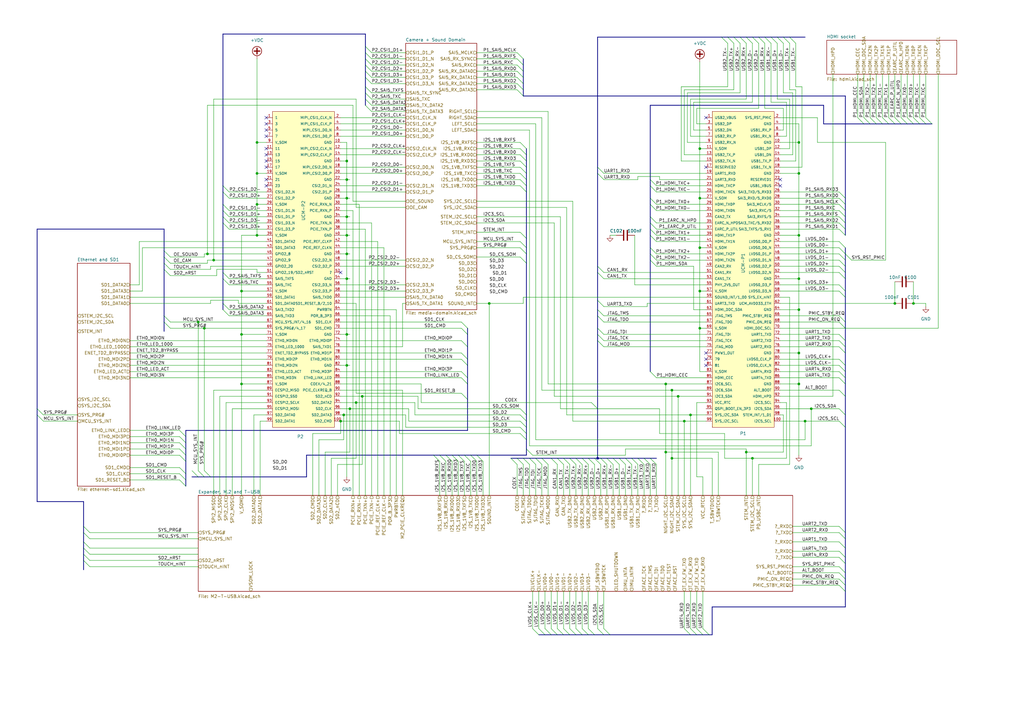
<source format=kicad_sch>
(kicad_sch (version 20211123) (generator eeschema)
  (paper "A3")
  (title_block (title "Faceboard Prototype") (date "2022-08-23") (company "Digital Sculptor"))
  (junction (at 142.24 137.16))
  (junction (at 330.2 172.72))
  (junction (at 283.21 170.18))
  (junction (at 367.03 124.46))
  (junction (at 275.59 187.96))
  (junction (at 327.66 157.48))
  (junction (at 146.05 165.1))
  (junction (at 327.66 96.52))
  (junction (at 99.06 119.38))
  (junction (at 105.41 83.82))
  (junction (at 105.41 96.52))
  (junction (at 142.24 114.3))
  (junction (at 99.06 137.16))
  (junction (at 278.13 162.56))
  (junction (at 99.06 157.48))
  (junction (at 83.82 134.62))
  (junction (at 273.05 157.48))
  (junction (at 245.11 187.96))
  (junction (at 287.02 119.38))
  (junction (at 105.41 71.12))
  (junction (at 287.02 81.28))
  (junction (at 143.51 167.64))
  (junction (at 327.66 114.3))
  (junction (at 273.05 185.42))
  (junction (at 85.09 104.14))
  (junction (at 287.02 134.62))
  (junction (at 142.24 149.86))
  (junction (at 142.24 88.9))
  (junction (at 287.02 60.96))
  (junction (at 327.66 58.42))
  (junction (at 142.24 104.14))
  (junction (at 142.24 73.66))
  (junction (at 275.59 160.02))
  (junction (at 87.63 106.68))
  (junction (at 142.24 96.52))
  (junction (at 327.66 127))
  (junction (at 374.65 124.46))
  (junction (at 306.07 185.42))
  (junction (at 327.66 144.78))
  (junction (at 287.02 101.6))
  (junction (at 280.67 172.72))
  (junction (at 308.61 187.96))
  (junction (at 327.66 71.12))
  (junction (at 139.7 172.72))
  (junction (at 200.66 124.46))
  (junction (at 332.74 167.64))
  (junction (at 105.41 58.42))
  (junction (at 142.24 66.04))
  (junction (at 140.97 170.18))
  (junction (at 81.28 132.08))
  (junction (at 148.59 162.56))
  (junction (at 142.24 81.28))
  (no_connect (at 139.7 111.76))
  (no_connect (at 109.22 55.88))
  (no_connect (at 109.22 53.34))
  (no_connect (at 109.22 50.8))
  (no_connect (at 109.22 60.96))
  (no_connect (at 109.22 66.04))
  (no_connect (at 109.22 68.58))
  (no_connect (at 109.22 63.5))
  (no_connect (at 109.22 76.2))
  (no_connect (at 109.22 73.66))
  (no_connect (at 109.22 48.26))
  (no_connect (at 320.04 73.66))
  (no_connect (at 320.04 76.2))
  (no_connect (at 289.56 68.58))
  (no_connect (at 289.56 48.26))
  (no_connect (at 289.56 149.86))
  (no_connect (at 289.56 147.32))
  (no_connect (at 289.56 144.78))
  (bus_entry (at 91.44 88.9) (size 2.54 2.54))
  (bus_entry (at 34.29 224.79) (size 2.54 2.54))
  (bus_entry (at 212.09 29.21) (size 2.54 2.54))
  (bus_entry (at 67.31 110.49) (size 2.54 2.54))
  (bus_entry (at 212.09 21.59) (size 2.54 2.54))
  (bus_entry (at 264.16 187.96) (size 2.54 2.54))
  (bus_entry (at 344.17 129.54) (size 2.54 2.54))
  (bus_entry (at 303.53 15.24) (size 2.54 2.54))
  (bus_entry (at 344.17 104.14) (size 2.54 2.54))
  (bus_entry (at 344.17 139.7) (size 2.54 2.54))
  (bus_entry (at 311.15 15.24) (size 2.54 2.54))
  (bus_entry (at 91.44 111.76) (size 2.54 2.54))
  (bus_entry (at 231.14 187.96) (size 2.54 2.54))
  (bus_entry (at 228.6 187.96) (size 2.54 2.54))
  (bus_entry (at 226.06 187.96) (size 2.54 2.54))
  (bus_entry (at 149.86 40.64) (size 2.54 2.54))
  (bus_entry (at 245.11 139.7) (size 2.54 2.54))
  (bus_entry (at 344.17 132.08) (size 2.54 2.54))
  (bus_entry (at 212.09 31.75) (size 2.54 2.54))
  (bus_entry (at 344.17 93.98) (size 2.54 2.54))
  (bus_entry (at 212.09 36.83) (size 2.54 2.54))
  (bus_entry (at 91.44 76.2) (size 2.54 2.54))
  (bus_entry (at 213.36 175.26) (size 2.54 2.54))
  (bus_entry (at 280.67 257.81) (size 2.54 2.54))
  (bus_entry (at 238.76 187.96) (size 2.54 2.54))
  (bus_entry (at 266.7 152.4) (size 2.54 2.54))
  (bus_entry (at 247.65 257.81) (size 2.54 2.54))
  (bus_entry (at 344.17 81.28) (size 2.54 2.54))
  (bus_entry (at 245.11 68.58) (size 2.54 2.54))
  (bus_entry (at 344.17 215.9) (size 2.54 2.54))
  (bus_entry (at 344.17 222.25) (size 2.54 2.54))
  (bus_entry (at 266.7 187.96) (size 2.54 2.54))
  (bus_entry (at 91.44 78.74) (size 2.54 2.54))
  (bus_entry (at 91.44 114.3) (size 2.54 2.54))
  (bus_entry (at 149.86 35.56) (size 2.54 2.54))
  (bus_entry (at 344.17 99.06) (size 2.54 2.54))
  (bus_entry (at 344.17 91.44) (size 2.54 2.54))
  (bus_entry (at 344.17 86.36) (size 2.54 2.54))
  (bus_entry (at 344.17 172.72) (size 2.54 2.54))
  (bus_entry (at 261.62 187.96) (size 2.54 2.54))
  (bus_entry (at 344.17 154.94) (size 2.54 2.54))
  (bus_entry (at 91.44 127) (size 2.54 2.54))
  (bus_entry (at 344.17 88.9) (size 2.54 2.54))
  (bus_entry (at 344.17 234.95) (size 2.54 2.54))
  (bus_entry (at 15.24 167.64) (size 2.54 2.54))
  (bus_entry (at 73.66 196.85) (size 2.54 2.54))
  (bus_entry (at 213.36 58.42) (size 2.54 2.54))
  (bus_entry (at 213.36 60.96) (size 2.54 2.54))
  (bus_entry (at 213.36 63.5) (size 2.54 2.54))
  (bus_entry (at 213.36 66.04) (size 2.54 2.54))
  (bus_entry (at 213.36 68.58) (size 2.54 2.54))
  (bus_entry (at 213.36 71.12) (size 2.54 2.54))
  (bus_entry (at 213.36 73.66) (size 2.54 2.54))
  (bus_entry (at 213.36 76.2) (size 2.54 2.54))
  (bus_entry (at 245.11 71.12) (size 2.54 2.54))
  (bus_entry (at 344.17 149.86) (size 2.54 2.54))
  (bus_entry (at 217.17 187.96) (size 2.54 2.54))
  (bus_entry (at 344.17 147.32) (size 2.54 2.54))
  (bus_entry (at 34.29 227.33) (size 2.54 2.54))
  (bus_entry (at 83.82 193.04) (size 2.54 2.54))
  (bus_entry (at 91.44 124.46) (size 2.54 2.54))
  (bus_entry (at 379.73 48.26) (size 2.54 2.54))
  (bus_entry (at 377.19 48.26) (size 2.54 2.54))
  (bus_entry (at 367.03 48.26) (size 2.54 2.54))
  (bus_entry (at 361.95 48.26) (size 2.54 2.54))
  (bus_entry (at 364.49 48.26) (size 2.54 2.54))
  (bus_entry (at 369.57 48.26) (size 2.54 2.54))
  (bus_entry (at 374.65 48.26) (size 2.54 2.54))
  (bus_entry (at 372.11 48.26) (size 2.54 2.54))
  (bus_entry (at 344.17 226.06) (size 2.54 2.54))
  (bus_entry (at 91.44 83.82) (size 2.54 2.54))
  (bus_entry (at 266.7 106.68) (size 2.54 2.54))
  (bus_entry (at 344.17 232.41) (size 2.54 2.54))
  (bus_entry (at 245.11 129.54) (size 2.54 2.54))
  (bus_entry (at 344.17 78.74) (size 2.54 2.54))
  (bus_entry (at 242.57 165.1) (size 2.54 2.54))
  (bus_entry (at 213.36 99.06) (size 2.54 2.54))
  (bus_entry (at 222.25 187.96) (size 2.54 2.54))
  (bus_entry (at 212.09 34.29) (size 2.54 2.54))
  (bus_entry (at 245.11 134.62) (size 2.54 2.54))
  (bus_entry (at 149.86 43.18) (size 2.54 2.54))
  (bus_entry (at 34.29 215.9) (size 2.54 2.54))
  (bus_entry (at 344.17 116.84) (size 2.54 2.54))
  (bus_entry (at 212.09 24.13) (size 2.54 2.54))
  (bus_entry (at 213.36 172.72) (size 2.54 2.54))
  (bus_entry (at 321.31 15.24) (size 2.54 2.54))
  (bus_entry (at 212.09 26.67) (size 2.54 2.54))
  (bus_entry (at 213.36 105.41) (size 2.54 2.54))
  (bus_entry (at 67.31 105.41) (size 2.54 2.54))
  (bus_entry (at 344.17 142.24) (size 2.54 2.54))
  (bus_entry (at 81.28 193.04) (size 2.54 2.54))
  (bus_entry (at 213.36 167.64) (size 2.54 2.54))
  (bus_entry (at 213.36 170.18) (size 2.54 2.54))
  (bus_entry (at 344.17 152.4) (size 2.54 2.54))
  (bus_entry (at 295.91 15.24) (size 2.54 2.54))
  (bus_entry (at 266.7 73.66) (size 2.54 2.54))
  (bus_entry (at 266.7 76.2) (size 2.54 2.54))
  (bus_entry (at 266.7 81.28) (size 2.54 2.54))
  (bus_entry (at 266.7 96.52) (size 2.54 2.54))
  (bus_entry (at 266.7 93.98) (size 2.54 2.54))
  (bus_entry (at 266.7 91.44) (size 2.54 2.54))
  (bus_entry (at 266.7 101.6) (size 2.54 2.54))
  (bus_entry (at 266.7 83.82) (size 2.54 2.54))
  (bus_entry (at 266.7 88.9) (size 2.54 2.54))
  (bus_entry (at 266.7 104.14) (size 2.54 2.54))
  (bus_entry (at 245.11 127) (size 2.54 2.54))
  (bus_entry (at 245.11 109.22) (size 2.54 2.54))
  (bus_entry (at 245.11 111.76) (size 2.54 2.54))
  (bus_entry (at 245.11 123.19) (size 2.54 2.54))
  (bus_entry (at 351.79 48.26) (size 2.54 2.54))
  (bus_entry (at 209.55 187.96) (size 2.54 2.54))
  (bus_entry (at 288.29 257.81) (size 2.54 2.54))
  (bus_entry (at 215.9 184.15) (size 2.54 2.54))
  (bus_entry (at 344.17 240.03) (size 2.54 2.54))
  (bus_entry (at 245.11 137.16) (size 2.54 2.54))
  (bus_entry (at 298.45 15.24) (size 2.54 2.54))
  (bus_entry (at 238.76 257.81) (size 2.54 2.54))
  (bus_entry (at 241.3 257.81) (size 2.54 2.54))
  (bus_entry (at 218.44 257.81) (size 2.54 2.54))
  (bus_entry (at 220.98 257.81) (size 2.54 2.54))
  (bus_entry (at 223.52 257.81) (size 2.54 2.54))
  (bus_entry (at 226.06 257.81) (size 2.54 2.54))
  (bus_entry (at 228.6 257.81) (size 2.54 2.54))
  (bus_entry (at 231.14 257.81) (size 2.54 2.54))
  (bus_entry (at 233.68 257.81) (size 2.54 2.54))
  (bus_entry (at 236.22 257.81) (size 2.54 2.54))
  (bus_entry (at 189.23 147.32) (size 2.54 2.54))
  (bus_entry (at 189.23 144.78) (size 2.54 2.54))
  (bus_entry (at 189.23 139.7) (size 2.54 2.54))
  (bus_entry (at 189.23 154.94) (size 2.54 2.54))
  (bus_entry (at 189.23 152.4) (size 2.54 2.54))
  (bus_entry (at 15.24 170.18) (size 2.54 2.54))
  (bus_entry (at 236.22 187.96) (size 2.54 2.54))
  (bus_entry (at 233.68 187.96) (size 2.54 2.54))
  (bus_entry (at 254 187.96) (size 2.54 2.54))
  (bus_entry (at 256.54 187.96) (size 2.54 2.54))
  (bus_entry (at 259.08 187.96) (size 2.54 2.54))
  (bus_entry (at 241.3 187.96) (size 2.54 2.54))
  (bus_entry (at 243.84 187.96) (size 2.54 2.54))
  (bus_entry (at 251.46 187.96) (size 2.54 2.54))
  (bus_entry (at 248.92 187.96) (size 2.54 2.54))
  (bus_entry (at 246.38 187.96) (size 2.54 2.54))
  (bus_entry (at 359.41 48.26) (size 2.54 2.54))
  (bus_entry (at 180.34 186.69) (size 2.54 2.54))
  (bus_entry (at 182.88 186.69) (size 2.54 2.54))
  (bus_entry (at 177.8 186.69) (size 2.54 2.54))
  (bus_entry (at 187.96 186.69) (size 2.54 2.54))
  (bus_entry (at 185.42 186.69) (size 2.54 2.54))
  (bus_entry (at 190.5 186.69) (size 2.54 2.54))
  (bus_entry (at 193.04 186.69) (size 2.54 2.54))
  (bus_entry (at 195.58 186.69) (size 2.54 2.54))
  (bus_entry (at 344.17 101.6) (size 2.54 2.54))
  (bus_entry (at 344.17 109.22) (size 2.54 2.54))
  (bus_entry (at 344.17 119.38) (size 2.54 2.54))
  (bus_entry (at 91.44 91.44) (size 2.54 2.54))
  (bus_entry (at 344.17 106.68) (size 2.54 2.54))
  (bus_entry (at 34.29 218.44) (size 2.54 2.54))
  (bus_entry (at 67.31 132.08) (size 2.54 2.54))
  (bus_entry (at 344.17 160.02) (size 2.54 2.54))
  (bus_entry (at 73.66 181.61) (size 2.54 2.54))
  (bus_entry (at 73.66 184.15) (size 2.54 2.54))
  (bus_entry (at 73.66 186.69) (size 2.54 2.54))
  (bus_entry (at 73.66 179.07) (size 2.54 2.54))
  (bus_entry (at 73.66 176.53) (size 2.54 2.54))
  (bus_entry (at 73.66 191.77) (size 2.54 2.54))
  (bus_entry (at 73.66 194.31) (size 2.54 2.54))
  (bus_entry (at 189.23 132.08) (size 2.54 2.54))
  (bus_entry (at 189.23 134.62) (size 2.54 2.54))
  (bus_entry (at 323.85 15.24) (size 2.54 2.54))
  (bus_entry (at 344.17 237.49) (size 2.54 2.54))
  (bus_entry (at 78.74 193.04) (size 2.54 2.54))
  (bus_entry (at 67.31 102.87) (size 2.54 2.54))
  (bus_entry (at 219.71 187.96) (size 2.54 2.54))
  (bus_entry (at 283.21 257.81) (size 2.54 2.54))
  (bus_entry (at 34.29 222.25) (size 2.54 2.54))
  (bus_entry (at 344.17 83.82) (size 2.54 2.54))
  (bus_entry (at 212.09 187.96) (size 2.54 2.54))
  (bus_entry (at 285.75 257.81) (size 2.54 2.54))
  (bus_entry (at 318.77 15.24) (size 2.54 2.54))
  (bus_entry (at 213.36 177.8) (size 2.54 2.54))
  (bus_entry (at 213.36 101.6) (size 2.54 2.54))
  (bus_entry (at 354.33 48.26) (size 2.54 2.54))
  (bus_entry (at 344.17 137.16) (size 2.54 2.54))
  (bus_entry (at 306.07 15.24) (size 2.54 2.54))
  (bus_entry (at 316.23 15.24) (size 2.54 2.54))
  (bus_entry (at 245.11 257.81) (size 2.54 2.54))
  (bus_entry (at 189.23 161.29) (size 2.54 2.54))
  (bus_entry (at 344.17 111.76) (size 2.54 2.54))
  (bus_entry (at 34.29 229.87) (size 2.54 2.54))
  (bus_entry (at 213.36 95.25) (size 2.54 2.54))
  (bus_entry (at 214.63 187.96) (size 2.54 2.54))
  (bus_entry (at 149.86 19.05) (size 2.54 2.54))
  (bus_entry (at 149.86 24.13) (size 2.54 2.54))
  (bus_entry (at 149.86 21.59) (size 2.54 2.54))
  (bus_entry (at 149.86 26.67) (size 2.54 2.54))
  (bus_entry (at 149.86 31.75) (size 2.54 2.54))
  (bus_entry (at 149.86 29.21) (size 2.54 2.54))
  (bus_entry (at 344.17 228.6) (size 2.54 2.54))
  (bus_entry (at 67.31 129.54) (size 2.54 2.54))
  (bus_entry (at 356.87 48.26) (size 2.54 2.54))
  (bus_entry (at 344.17 167.64) (size 2.54 2.54))
  (bus_entry (at 346.71 104.14) (size 2.54 2.54))
  (bus_entry (at 67.31 107.95) (size 2.54 2.54))
  (bus_entry (at 344.17 218.44) (size 2.54 2.54))
  (bus_entry (at 313.69 15.24) (size 2.54 2.54))
  (bus_entry (at 300.99 15.24) (size 2.54 2.54))
  (bus_entry (at 91.44 86.36) (size 2.54 2.54))
  (bus_entry (at 149.86 38.1) (size 2.54 2.54))
  (bus_entry (at 308.61 15.24) (size 2.54 2.54))
  (wire (pts (xy 200.66 124.46) (xy 214.63 124.46)))
  (bus (pts (xy 215.9 172.72) (xy 215.9 175.26)))
  (wire (pts (xy 320.04 50.8) (xy 327.66 50.8)))
  (wire (pts (xy 325.12 38.1) (xy 321.31 38.1)))
  (wire (pts (xy 195.58 76.2) (xy 213.36 76.2)))
  (wire (pts (xy 17.78 172.72) (xy 31.75 172.72)))
  (wire (pts (xy 128.27 177.8) (xy 139.7 177.8)))
  (wire (pts (xy 283.21 40.64) (xy 306.07 40.64)))
  (wire (pts (xy 53.34 152.4) (xy 109.22 152.4)))
  (wire (pts (xy 105.41 110.49) (xy 88.9 110.49)))
  (bus (pts (xy 346.71 132.08) (xy 346.71 134.62)))
  (bus (pts (xy 149.86 21.59) (xy 149.86 19.05)))
  (wire (pts (xy 227.33 162.56) (xy 278.13 162.56)))
  (wire (pts (xy 327.66 127) (xy 327.66 144.78)))
  (wire (pts (xy 143.51 185.42) (xy 133.35 185.42)))
  (wire (pts (xy 280.67 63.5) (xy 280.67 36.83)))
  (wire (pts (xy 247.65 73.66) (xy 261.62 73.66)))
  (wire (pts (xy 328.93 35.56) (xy 326.39 35.56)))
  (wire (pts (xy 320.04 144.78) (xy 327.66 144.78)))
  (bus (pts (xy 86.36 195.58) (xy 125.73 195.58)))
  (wire (pts (xy 195.58 71.12) (xy 213.36 71.12)))
  (wire (pts (xy 195.58 31.75) (xy 212.09 31.75)))
  (wire (pts (xy 270.51 177.8) (xy 270.51 167.64)))
  (wire (pts (xy 363.22 58.42) (xy 363.22 106.68)))
  (wire (pts (xy 149.86 93.98) (xy 149.86 203.2)))
  (wire (pts (xy 142.24 114.3) (xy 143.51 114.3)))
  (wire (pts (xy 265.43 124.46) (xy 289.56 124.46)))
  (bus (pts (xy 231.14 187.96) (xy 233.68 187.96)))
  (bus (pts (xy 321.31 15.24) (xy 323.85 15.24)))
  (wire (pts (xy 166.37 85.09) (xy 146.05 85.09)))
  (wire (pts (xy 105.41 71.12) (xy 109.22 71.12)))
  (bus (pts (xy 177.8 186.69) (xy 180.34 186.69)))
  (bus (pts (xy 34.29 224.79) (xy 34.29 227.33)))
  (bus (pts (xy 266.7 104.14) (xy 266.7 101.6)))
  (wire (pts (xy 280.67 36.83) (xy 300.99 36.83)))
  (bus (pts (xy 81.28 195.58) (xy 83.82 195.58)))
  (wire (pts (xy 36.83 218.44) (xy 81.28 218.44)))
  (wire (pts (xy 320.04 83.82) (xy 344.17 83.82)))
  (wire (pts (xy 320.04 157.48) (xy 327.66 157.48)))
  (bus (pts (xy 346.71 144.78) (xy 346.71 149.86)))
  (bus (pts (xy 191.77 163.83) (xy 191.77 176.53)))
  (wire (pts (xy 311.15 190.5) (xy 311.15 203.2)))
  (wire (pts (xy 139.7 99.06) (xy 154.94 99.06)))
  (wire (pts (xy 320.04 93.98) (xy 344.17 93.98)))
  (wire (pts (xy 325.12 226.06) (xy 344.17 226.06)))
  (wire (pts (xy 217.17 53.34) (xy 195.58 53.34)))
  (bus (pts (xy 346.71 39.37) (xy 214.63 39.37)))
  (bus (pts (xy 91.44 114.3) (xy 91.44 124.46)))
  (bus (pts (xy 264.16 187.96) (xy 266.7 187.96)))
  (wire (pts (xy 99.06 157.48) (xy 109.22 157.48)))
  (bus (pts (xy 245.11 129.54) (xy 245.11 134.62)))
  (wire (pts (xy 195.58 91.44) (xy 227.33 91.44)))
  (wire (pts (xy 231.14 190.5) (xy 231.14 203.2)))
  (bus (pts (xy 346.71 81.28) (xy 346.71 83.82)))
  (wire (pts (xy 261.62 73.66) (xy 261.62 72.39)))
  (wire (pts (xy 367.03 124.46) (xy 367.03 115.57)))
  (bus (pts (xy 346.71 218.44) (xy 346.71 220.98)))
  (wire (pts (xy 320.04 139.7) (xy 344.17 139.7)))
  (wire (pts (xy 275.59 187.96) (xy 292.1 187.96)))
  (wire (pts (xy 327.66 50.8) (xy 327.66 58.42)))
  (wire (pts (xy 283.21 170.18) (xy 283.21 203.2)))
  (wire (pts (xy 320.04 96.52) (xy 327.66 96.52)))
  (wire (pts (xy 326.39 36.83) (xy 323.85 36.83)))
  (wire (pts (xy 148.59 162.56) (xy 171.45 162.56)))
  (bus (pts (xy 346.71 93.98) (xy 346.71 96.52)))
  (wire (pts (xy 270.51 72.39) (xy 270.51 73.66)))
  (bus (pts (xy 346.71 134.62) (xy 346.71 139.7)))
  (bus (pts (xy 76.2 176.53) (xy 76.2 179.07)))
  (wire (pts (xy 273.05 185.42) (xy 273.05 203.2)))
  (wire (pts (xy 292.1 187.96) (xy 292.1 203.2)))
  (bus (pts (xy 215.9 97.79) (xy 215.9 101.6)))
  (wire (pts (xy 321.31 185.42) (xy 306.07 185.42)))
  (wire (pts (xy 195.58 29.21) (xy 212.09 29.21)))
  (bus (pts (xy 346.71 104.14) (xy 346.71 106.68)))
  (bus (pts (xy 251.46 187.96) (xy 254 187.96)))
  (wire (pts (xy 218.44 242.57) (xy 218.44 257.81)))
  (bus (pts (xy 245.11 187.96) (xy 246.38 187.96)))
  (wire (pts (xy 139.7 124.46) (xy 146.05 124.46)))
  (wire (pts (xy 195.58 68.58) (xy 213.36 68.58)))
  (wire (pts (xy 99.06 119.38) (xy 99.06 96.52)))
  (wire (pts (xy 270.51 167.64) (xy 245.11 167.64)))
  (bus (pts (xy 215.9 184.15) (xy 215.9 186.69)))
  (wire (pts (xy 105.41 83.82) (xy 109.22 83.82)))
  (bus (pts (xy 346.71 83.82) (xy 346.71 86.36)))
  (wire (pts (xy 139.7 121.92) (xy 166.37 121.92)))
  (bus (pts (xy 245.11 137.16) (xy 245.11 139.7)))
  (bus (pts (xy 34.29 205.74) (xy 34.29 215.9)))
  (wire (pts (xy 135.89 187.96) (xy 135.89 203.2)))
  (bus (pts (xy 214.63 187.96) (xy 217.17 187.96)))
  (wire (pts (xy 93.98 91.44) (xy 109.22 91.44)))
  (wire (pts (xy 320.04 165.1) (xy 322.58 165.1)))
  (wire (pts (xy 130.81 180.34) (xy 130.81 203.2)))
  (wire (pts (xy 320.04 119.38) (xy 344.17 119.38)))
  (wire (pts (xy 142.24 88.9) (xy 143.51 88.9)))
  (wire (pts (xy 146.05 85.09) (xy 146.05 40.64)))
  (wire (pts (xy 99.06 119.38) (xy 109.22 119.38)))
  (wire (pts (xy 97.79 123.19) (xy 97.79 124.46)))
  (bus (pts (xy 149.86 40.64) (xy 149.86 38.1)))
  (wire (pts (xy 320.04 101.6) (xy 344.17 101.6)))
  (wire (pts (xy 83.82 104.14) (xy 83.82 105.41)))
  (wire (pts (xy 222.25 190.5) (xy 222.25 203.2)))
  (wire (pts (xy 53.34 154.94) (xy 109.22 154.94)))
  (bus (pts (xy 361.95 50.8) (xy 364.49 50.8)))
  (bus (pts (xy 346.71 106.68) (xy 346.71 109.22)))
  (wire (pts (xy 226.06 242.57) (xy 226.06 257.81)))
  (wire (pts (xy 275.59 187.96) (xy 275.59 203.2)))
  (wire (pts (xy 285.75 50.8) (xy 285.75 44.45)))
  (bus (pts (xy 226.06 260.35) (xy 228.6 260.35)))
  (wire (pts (xy 139.7 157.48) (xy 172.72 157.48)))
  (wire (pts (xy 143.51 167.64) (xy 167.64 167.64)))
  (wire (pts (xy 320.04 66.04) (xy 326.39 66.04)))
  (wire (pts (xy 367.03 30.48) (xy 367.03 48.26)))
  (wire (pts (xy 105.41 58.42) (xy 105.41 24.13)))
  (wire (pts (xy 142.24 96.52) (xy 143.51 96.52)))
  (bus (pts (xy 292.1 248.92) (xy 346.71 248.92)))
  (wire (pts (xy 325.12 63.5) (xy 325.12 38.1)))
  (wire (pts (xy 379.73 124.46) (xy 379.73 125.73)))
  (bus (pts (xy 266.7 73.66) (xy 266.7 43.18)))
  (wire (pts (xy 140.97 170.18) (xy 166.37 170.18)))
  (bus (pts (xy 91.44 91.44) (xy 91.44 111.76)))
  (wire (pts (xy 105.41 96.52) (xy 105.41 83.82)))
  (bus (pts (xy 300.99 15.24) (xy 303.53 15.24)))
  (wire (pts (xy 93.98 127) (xy 109.22 127)))
  (wire (pts (xy 142.24 81.28) (xy 143.51 81.28)))
  (wire (pts (xy 195.58 99.06) (xy 213.36 99.06)))
  (bus (pts (xy 215.9 78.74) (xy 215.9 97.79)))
  (wire (pts (xy 139.7 137.16) (xy 142.24 137.16)))
  (wire (pts (xy 195.58 66.04) (xy 213.36 66.04)))
  (bus (pts (xy 346.71 152.4) (xy 346.71 154.94)))
  (wire (pts (xy 83.82 134.62) (xy 83.82 193.04)))
  (bus (pts (xy 180.34 186.69) (xy 182.88 186.69)))
  (wire (pts (xy 165.1 160.02) (xy 165.1 203.2)))
  (wire (pts (xy 152.4 91.44) (xy 152.4 203.2)))
  (wire (pts (xy 92.71 165.1) (xy 92.71 203.2)))
  (wire (pts (xy 308.61 187.96) (xy 297.18 187.96)))
  (wire (pts (xy 287.02 119.38) (xy 289.56 119.38)))
  (wire (pts (xy 320.04 99.06) (xy 344.17 99.06)))
  (bus (pts (xy 214.63 34.29) (xy 214.63 36.83)))
  (bus (pts (xy 245.11 109.22) (xy 245.11 111.76)))
  (bus (pts (xy 214.63 29.21) (xy 214.63 31.75)))
  (bus (pts (xy 220.98 260.35) (xy 223.52 260.35)))
  (wire (pts (xy 327.66 114.3) (xy 327.66 127)))
  (wire (pts (xy 335.28 58.42) (xy 363.22 58.42)))
  (bus (pts (xy 215.9 180.34) (xy 215.9 184.15)))
  (wire (pts (xy 53.34 147.32) (xy 109.22 147.32)))
  (wire (pts (xy 246.38 190.5) (xy 246.38 203.2)))
  (wire (pts (xy 93.98 114.3) (xy 109.22 114.3)))
  (wire (pts (xy 322.58 55.88) (xy 322.58 41.91)))
  (wire (pts (xy 69.85 134.62) (xy 83.82 134.62)))
  (wire (pts (xy 289.56 165.1) (xy 285.75 165.1)))
  (wire (pts (xy 195.58 58.42) (xy 213.36 58.42)))
  (wire (pts (xy 167.64 172.72) (xy 213.36 172.72)))
  (wire (pts (xy 351.79 30.48) (xy 351.79 48.26)))
  (bus (pts (xy 222.25 187.96) (xy 226.06 187.96)))
  (wire (pts (xy 109.22 165.1) (xy 92.71 165.1)))
  (wire (pts (xy 229.87 88.9) (xy 195.58 88.9)))
  (bus (pts (xy 266.7 43.18) (xy 337.82 43.18)))
  (wire (pts (xy 288.29 195.58) (xy 288.29 203.2)))
  (wire (pts (xy 269.24 91.44) (xy 289.56 91.44)))
  (wire (pts (xy 195.58 189.23) (xy 195.58 203.2)))
  (wire (pts (xy 270.51 73.66) (xy 289.56 73.66)))
  (wire (pts (xy 227.33 91.44) (xy 227.33 162.56)))
  (wire (pts (xy 139.7 73.66) (xy 142.24 73.66)))
  (bus (pts (xy 346.71 101.6) (xy 346.71 104.14)))
  (wire (pts (xy 328.93 68.58) (xy 328.93 35.56)))
  (bus (pts (xy 149.86 19.05) (xy 149.86 13.97)))
  (bus (pts (xy 91.44 111.76) (xy 91.44 114.3)))
  (wire (pts (xy 36.83 224.79) (xy 81.28 224.79)))
  (bus (pts (xy 76.2 176.53) (xy 191.77 176.53)))
  (wire (pts (xy 320.04 121.92) (xy 323.85 121.92)))
  (wire (pts (xy 99.06 96.52) (xy 105.41 96.52)))
  (wire (pts (xy 320.04 116.84) (xy 344.17 116.84)))
  (bus (pts (xy 125.73 186.69) (xy 125.73 195.58)))
  (wire (pts (xy 139.7 139.7) (xy 189.23 139.7)))
  (wire (pts (xy 139.7 53.34) (xy 166.37 53.34)))
  (wire (pts (xy 377.19 30.48) (xy 377.19 48.26)))
  (wire (pts (xy 269.24 96.52) (xy 289.56 96.52)))
  (wire (pts (xy 247.65 139.7) (xy 289.56 139.7)))
  (wire (pts (xy 139.7 83.82) (xy 147.32 83.82)))
  (bus (pts (xy 238.76 260.35) (xy 241.3 260.35)))
  (bus (pts (xy 209.55 187.96) (xy 212.09 187.96)))
  (bus (pts (xy 266.7 96.52) (xy 266.7 93.98)))
  (wire (pts (xy 308.61 187.96) (xy 308.61 203.2)))
  (bus (pts (xy 191.77 147.32) (xy 191.77 149.86)))
  (bus (pts (xy 346.71 86.36) (xy 346.71 88.9)))
  (wire (pts (xy 269.24 93.98) (xy 289.56 93.98)))
  (bus (pts (xy 346.71 88.9) (xy 346.71 91.44)))
  (wire (pts (xy 83.82 134.62) (xy 109.22 134.62)))
  (bus (pts (xy 233.68 187.96) (xy 236.22 187.96)))
  (wire (pts (xy 139.7 106.68) (xy 166.37 106.68)))
  (bus (pts (xy 67.31 102.87) (xy 67.31 93.98)))
  (wire (pts (xy 243.84 190.5) (xy 243.84 203.2)))
  (bus (pts (xy 215.9 71.12) (xy 215.9 73.66)))
  (bus (pts (xy 149.86 31.75) (xy 149.86 35.56)))
  (wire (pts (xy 256.54 184.15) (xy 306.07 184.15)))
  (wire (pts (xy 241.3 242.57) (xy 241.3 257.81)))
  (wire (pts (xy 320.04 68.58) (xy 328.93 68.58)))
  (wire (pts (xy 213.36 177.8) (xy 163.83 177.8)))
  (wire (pts (xy 374.65 124.46) (xy 374.65 115.57)))
  (wire (pts (xy 320.04 154.94) (xy 344.17 154.94)))
  (bus (pts (xy 346.71 114.3) (xy 346.71 119.38)))
  (wire (pts (xy 284.48 41.91) (xy 308.61 41.91)))
  (wire (pts (xy 146.05 165.1) (xy 146.05 187.96)))
  (wire (pts (xy 93.98 116.84) (xy 109.22 116.84)))
  (wire (pts (xy 320.04 60.96) (xy 323.85 60.96)))
  (wire (pts (xy 287.02 81.28) (xy 287.02 60.96)))
  (wire (pts (xy 236.22 190.5) (xy 236.22 203.2)))
  (wire (pts (xy 87.63 160.02) (xy 87.63 203.2)))
  (wire (pts (xy 287.02 81.28) (xy 289.56 81.28)))
  (wire (pts (xy 142.24 58.42) (xy 142.24 66.04)))
  (wire (pts (xy 146.05 161.29) (xy 189.23 161.29)))
  (wire (pts (xy 172.72 157.48) (xy 172.72 165.1)))
  (wire (pts (xy 248.92 190.5) (xy 248.92 203.2)))
  (wire (pts (xy 273.05 157.48) (xy 273.05 185.42)))
  (wire (pts (xy 139.7 129.54) (xy 160.02 129.54)))
  (bus (pts (xy 191.77 157.48) (xy 191.77 163.83)))
  (wire (pts (xy 105.41 111.76) (xy 105.41 110.49)))
  (wire (pts (xy 245.11 167.64) (xy 229.87 167.64)))
  (wire (pts (xy 200.66 124.46) (xy 200.66 203.2)))
  (wire (pts (xy 139.7 154.94) (xy 189.23 154.94)))
  (wire (pts (xy 288.29 242.57) (xy 288.29 257.81)))
  (bus (pts (xy 308.61 15.24) (xy 311.15 15.24)))
  (bus (pts (xy 34.29 218.44) (xy 34.29 222.25)))
  (wire (pts (xy 165.1 124.46) (xy 165.1 142.24)))
  (wire (pts (xy 283.21 55.88) (xy 283.21 40.64)))
  (wire (pts (xy 152.4 34.29) (xy 166.37 34.29)))
  (wire (pts (xy 195.58 24.13) (xy 212.09 24.13)))
  (wire (pts (xy 139.7 66.04) (xy 142.24 66.04)))
  (wire (pts (xy 53.34 142.24) (xy 109.22 142.24)))
  (bus (pts (xy 125.73 186.69) (xy 177.8 186.69)))
  (wire (pts (xy 139.7 48.26) (xy 166.37 48.26)))
  (bus (pts (xy 346.71 170.18) (xy 346.71 175.26)))
  (wire (pts (xy 105.41 96.52) (xy 109.22 96.52)))
  (wire (pts (xy 214.63 121.92) (xy 289.56 121.92)))
  (bus (pts (xy 337.82 43.18) (xy 337.82 50.8)))
  (wire (pts (xy 287.02 60.96) (xy 287.02 25.4)))
  (wire (pts (xy 166.37 175.26) (xy 213.36 175.26)))
  (bus (pts (xy 346.71 237.49) (xy 346.71 240.03)))
  (wire (pts (xy 142.24 96.52) (xy 142.24 104.14)))
  (wire (pts (xy 139.7 88.9) (xy 142.24 88.9)))
  (bus (pts (xy 76.2 179.07) (xy 76.2 181.61)))
  (wire (pts (xy 139.7 170.18) (xy 140.97 170.18)))
  (bus (pts (xy 215.9 170.18) (xy 215.9 172.72)))
  (bus (pts (xy 231.14 260.35) (xy 233.68 260.35)))
  (wire (pts (xy 109.22 111.76) (xy 105.41 111.76)))
  (wire (pts (xy 320.04 162.56) (xy 341.63 162.56)))
  (wire (pts (xy 53.34 139.7) (xy 109.22 139.7)))
  (wire (pts (xy 289.56 170.18) (xy 283.21 170.18)))
  (wire (pts (xy 170.18 165.1) (xy 146.05 165.1)))
  (wire (pts (xy 142.24 81.28) (xy 142.24 88.9)))
  (wire (pts (xy 36.83 229.87) (xy 81.28 229.87)))
  (wire (pts (xy 280.67 172.72) (xy 280.67 203.2)))
  (wire (pts (xy 289.56 157.48) (xy 273.05 157.48)))
  (wire (pts (xy 361.95 30.48) (xy 361.95 48.26)))
  (wire (pts (xy 219.71 190.5) (xy 219.71 203.2)))
  (wire (pts (xy 187.96 189.23) (xy 187.96 203.2)))
  (bus (pts (xy 354.33 50.8) (xy 356.87 50.8)))
  (wire (pts (xy 214.63 190.5) (xy 214.63 203.2)))
  (bus (pts (xy 34.29 222.25) (xy 34.29 224.79)))
  (wire (pts (xy 284.48 109.22) (xy 284.48 127)))
  (wire (pts (xy 85.09 104.14) (xy 83.82 104.14)))
  (bus (pts (xy 214.63 36.83) (xy 214.63 39.37)))
  (bus (pts (xy 67.31 93.98) (xy 15.24 93.98)))
  (wire (pts (xy 327.66 71.12) (xy 327.66 96.52)))
  (bus (pts (xy 346.71 121.92) (xy 346.71 132.08)))
  (bus (pts (xy 245.11 167.64) (xy 245.11 187.96)))
  (wire (pts (xy 247.65 125.73) (xy 265.43 125.73)))
  (wire (pts (xy 166.37 82.55) (xy 144.78 82.55)))
  (bus (pts (xy 285.75 260.35) (xy 288.29 260.35)))
  (wire (pts (xy 166.37 124.46) (xy 165.1 124.46)))
  (bus (pts (xy 191.77 137.16) (xy 191.77 142.24)))
  (wire (pts (xy 87.63 40.64) (xy 87.63 106.68)))
  (bus (pts (xy 91.44 124.46) (xy 91.44 127)))
  (wire (pts (xy 364.49 30.48) (xy 364.49 48.26)))
  (wire (pts (xy 269.24 78.74) (xy 289.56 78.74)))
  (wire (pts (xy 57.15 99.06) (xy 109.22 99.06)))
  (wire (pts (xy 139.7 144.78) (xy 189.23 144.78)))
  (bus (pts (xy 346.71 228.6) (xy 346.71 231.14)))
  (wire (pts (xy 289.56 55.88) (xy 283.21 55.88)))
  (wire (pts (xy 320.04 86.36) (xy 344.17 86.36)))
  (wire (pts (xy 241.3 190.5) (xy 241.3 203.2)))
  (wire (pts (xy 105.41 58.42) (xy 109.22 58.42)))
  (wire (pts (xy 86.36 123.19) (xy 97.79 123.19)))
  (wire (pts (xy 354.33 30.48) (xy 354.33 48.26)))
  (wire (pts (xy 224.79 190.5) (xy 224.79 203.2)))
  (bus (pts (xy 306.07 15.24) (xy 308.61 15.24)))
  (wire (pts (xy 228.6 190.5) (xy 228.6 203.2)))
  (bus (pts (xy 377.19 50.8) (xy 379.73 50.8)))
  (bus (pts (xy 346.71 119.38) (xy 346.71 121.92)))
  (wire (pts (xy 320.04 147.32) (xy 344.17 147.32)))
  (wire (pts (xy 303.53 17.78) (xy 303.53 38.1)))
  (wire (pts (xy 330.2 172.72) (xy 344.17 172.72)))
  (wire (pts (xy 139.7 58.42) (xy 142.24 58.42)))
  (bus (pts (xy 67.31 105.41) (xy 67.31 102.87)))
  (bus (pts (xy 215.9 66.04) (xy 215.9 68.58)))
  (bus (pts (xy 245.11 15.24) (xy 245.11 68.58)))
  (bus (pts (xy 236.22 260.35) (xy 238.76 260.35)))
  (wire (pts (xy 139.7 68.58) (xy 166.37 68.58)))
  (bus (pts (xy 346.71 149.86) (xy 346.71 152.4)))
  (wire (pts (xy 152.4 26.67) (xy 166.37 26.67)))
  (wire (pts (xy 250.19 96.52) (xy 252.73 96.52)))
  (wire (pts (xy 289.56 106.68) (xy 269.24 106.68)))
  (wire (pts (xy 214.63 121.92) (xy 214.63 124.46)))
  (wire (pts (xy 139.7 114.3) (xy 142.24 114.3)))
  (wire (pts (xy 344.17 240.03) (xy 325.12 240.03)))
  (wire (pts (xy 139.7 160.02) (xy 165.1 160.02)))
  (bus (pts (xy 226.06 187.96) (xy 228.6 187.96)))
  (wire (pts (xy 320.04 91.44) (xy 344.17 91.44)))
  (wire (pts (xy 139.7 167.64) (xy 143.51 167.64)))
  (wire (pts (xy 99.06 137.16) (xy 109.22 137.16)))
  (wire (pts (xy 139.7 177.8) (xy 139.7 172.72)))
  (wire (pts (xy 224.79 157.48) (xy 224.79 45.72)))
  (wire (pts (xy 320.04 71.12) (xy 327.66 71.12)))
  (wire (pts (xy 139.7 134.62) (xy 189.23 134.62)))
  (wire (pts (xy 139.7 101.6) (xy 157.48 101.6)))
  (bus (pts (xy 215.9 104.14) (xy 215.9 107.95)))
  (wire (pts (xy 320.04 152.4) (xy 344.17 152.4)))
  (wire (pts (xy 99.06 157.48) (xy 99.06 137.16)))
  (wire (pts (xy 170.18 170.18) (xy 170.18 165.1)))
  (wire (pts (xy 233.68 190.5) (xy 233.68 203.2)))
  (wire (pts (xy 322.58 41.91) (xy 316.23 41.91)))
  (wire (pts (xy 327.66 96.52) (xy 327.66 114.3)))
  (wire (pts (xy 318.77 17.78) (xy 318.77 40.64)))
  (wire (pts (xy 139.7 142.24) (xy 165.1 142.24)))
  (wire (pts (xy 372.11 30.48) (xy 372.11 48.26)))
  (wire (pts (xy 269.24 154.94) (xy 289.56 154.94)))
  (wire (pts (xy 330.2 172.72) (xy 330.2 180.34)))
  (wire (pts (xy 109.22 162.56) (xy 90.17 162.56)))
  (wire (pts (xy 320.04 53.34) (xy 321.31 53.34)))
  (bus (pts (xy 241.3 260.35) (xy 243.84 260.35)))
  (wire (pts (xy 105.41 71.12) (xy 105.41 58.42)))
  (wire (pts (xy 195.58 124.46) (xy 200.66 124.46)))
  (wire (pts (xy 320.04 88.9) (xy 344.17 88.9)))
  (wire (pts (xy 81.28 132.08) (xy 109.22 132.08)))
  (bus (pts (xy 34.29 227.33) (xy 34.29 229.87)))
  (wire (pts (xy 321.31 44.45) (xy 313.69 44.45)))
  (bus (pts (xy 15.24 170.18) (xy 15.24 205.74)))
  (bus (pts (xy 266.7 187.96) (xy 269.24 187.96)))
  (bus (pts (xy 215.9 73.66) (xy 215.9 76.2)))
  (wire (pts (xy 320.04 170.18) (xy 321.31 170.18)))
  (wire (pts (xy 247.65 129.54) (xy 289.56 129.54)))
  (wire (pts (xy 332.74 182.88) (xy 217.17 182.88)))
  (wire (pts (xy 139.7 149.86) (xy 142.24 149.86)))
  (wire (pts (xy 320.04 172.72) (xy 330.2 172.72)))
  (wire (pts (xy 264.16 190.5) (xy 264.16 203.2)))
  (wire (pts (xy 142.24 104.14) (xy 142.24 114.3)))
  (wire (pts (xy 254 190.5) (xy 254 203.2)))
  (wire (pts (xy 278.13 162.56) (xy 289.56 162.56)))
  (bus (pts (xy 215.9 101.6) (xy 215.9 104.14)))
  (wire (pts (xy 152.4 38.1) (xy 166.37 38.1)))
  (wire (pts (xy 278.13 162.56) (xy 278.13 203.2)))
  (wire (pts (xy 185.42 189.23) (xy 185.42 203.2)))
  (bus (pts (xy 15.24 167.64) (xy 15.24 170.18)))
  (bus (pts (xy 215.9 63.5) (xy 215.9 60.96)))
  (wire (pts (xy 144.78 43.18) (xy 85.09 43.18)))
  (bus (pts (xy 248.92 187.96) (xy 251.46 187.96)))
  (wire (pts (xy 109.22 167.64) (xy 95.25 167.64)))
  (wire (pts (xy 109.22 170.18) (xy 104.14 170.18)))
  (wire (pts (xy 327.66 144.78) (xy 327.66 157.48)))
  (wire (pts (xy 384.81 30.48) (xy 384.81 134.62)))
  (bus (pts (xy 245.11 68.58) (xy 245.11 71.12)))
  (bus (pts (xy 191.77 154.94) (xy 191.77 157.48)))
  (bus (pts (xy 245.11 15.24) (xy 295.91 15.24)))
  (wire (pts (xy 251.46 190.5) (xy 251.46 203.2)))
  (wire (pts (xy 93.98 88.9) (xy 109.22 88.9)))
  (wire (pts (xy 320.04 81.28) (xy 344.17 81.28)))
  (wire (pts (xy 139.7 60.96) (xy 166.37 60.96)))
  (wire (pts (xy 139.7 147.32) (xy 189.23 147.32)))
  (wire (pts (xy 195.58 60.96) (xy 213.36 60.96)))
  (bus (pts (xy 245.11 127) (xy 245.11 129.54)))
  (wire (pts (xy 320.04 132.08) (xy 344.17 132.08)))
  (wire (pts (xy 217.17 182.88) (xy 217.17 53.34)))
  (wire (pts (xy 144.78 86.36) (xy 144.78 203.2)))
  (wire (pts (xy 228.6 242.57) (xy 228.6 257.81)))
  (wire (pts (xy 281.94 38.1) (xy 303.53 38.1)))
  (wire (pts (xy 139.7 91.44) (xy 152.4 91.44)))
  (wire (pts (xy 88.9 110.49) (xy 88.9 113.03)))
  (bus (pts (xy 288.29 260.35) (xy 290.83 260.35)))
  (wire (pts (xy 297.18 187.96) (xy 297.18 177.8)))
  (wire (pts (xy 57.15 116.84) (xy 53.34 116.84)))
  (wire (pts (xy 105.41 83.82) (xy 105.41 71.12)))
  (bus (pts (xy 190.5 186.69) (xy 193.04 186.69)))
  (wire (pts (xy 326.39 17.78) (xy 326.39 35.56)))
  (wire (pts (xy 139.7 119.38) (xy 166.37 119.38)))
  (wire (pts (xy 167.64 167.64) (xy 167.64 172.72)))
  (wire (pts (xy 142.24 88.9) (xy 142.24 96.52)))
  (wire (pts (xy 195.58 101.6) (xy 213.36 101.6)))
  (wire (pts (xy 148.59 162.56) (xy 148.59 190.5)))
  (wire (pts (xy 327.66 58.42) (xy 327.66 71.12)))
  (bus (pts (xy 369.57 50.8) (xy 372.11 50.8)))
  (wire (pts (xy 97.79 124.46) (xy 109.22 124.46)))
  (wire (pts (xy 195.58 36.83) (xy 212.09 36.83)))
  (wire (pts (xy 321.31 53.34) (xy 321.31 44.45)))
  (wire (pts (xy 90.17 162.56) (xy 90.17 203.2)))
  (wire (pts (xy 320.04 137.16) (xy 344.17 137.16)))
  (wire (pts (xy 308.61 17.78) (xy 308.61 41.91)))
  (wire (pts (xy 139.7 162.56) (xy 148.59 162.56)))
  (bus (pts (xy 67.31 129.54) (xy 67.31 110.49)))
  (wire (pts (xy 306.07 185.42) (xy 306.07 203.2)))
  (wire (pts (xy 58.42 101.6) (xy 58.42 119.38)))
  (wire (pts (xy 36.83 220.98) (xy 81.28 220.98)))
  (bus (pts (xy 185.42 186.69) (xy 187.96 186.69)))
  (wire (pts (xy 289.56 53.34) (xy 284.48 53.34)))
  (wire (pts (xy 166.37 170.18) (xy 166.37 175.26)))
  (wire (pts (xy 289.56 114.3) (xy 247.65 114.3)))
  (wire (pts (xy 139.7 86.36) (xy 144.78 86.36)))
  (bus (pts (xy 191.77 134.62) (xy 191.77 137.16)))
  (wire (pts (xy 313.69 17.78) (xy 313.69 44.45)))
  (wire (pts (xy 85.09 107.95) (xy 69.85 107.95)))
  (wire (pts (xy 349.25 106.68) (xy 363.22 106.68)))
  (bus (pts (xy 266.7 101.6) (xy 266.7 96.52)))
  (wire (pts (xy 57.15 99.06) (xy 57.15 116.84)))
  (wire (pts (xy 180.34 189.23) (xy 180.34 203.2)))
  (wire (pts (xy 139.7 93.98) (xy 149.86 93.98)))
  (wire (pts (xy 297.18 177.8) (xy 270.51 177.8)))
  (wire (pts (xy 323.85 60.96) (xy 323.85 40.64)))
  (bus (pts (xy 346.71 234.95) (xy 346.71 237.49)))
  (wire (pts (xy 320.04 127) (xy 327.66 127)))
  (wire (pts (xy 142.24 73.66) (xy 142.24 81.28)))
  (wire (pts (xy 279.4 35.56) (xy 298.45 35.56)))
  (wire (pts (xy 320.04 55.88) (xy 322.58 55.88)))
  (bus (pts (xy 245.11 187.96) (xy 243.84 187.96)))
  (wire (pts (xy 320.04 58.42) (xy 327.66 58.42)))
  (wire (pts (xy 53.34 149.86) (xy 109.22 149.86)))
  (wire (pts (xy 93.98 129.54) (xy 109.22 129.54)))
  (wire (pts (xy 142.24 137.16) (xy 143.51 137.16)))
  (wire (pts (xy 320.04 160.02) (xy 344.17 160.02)))
  (wire (pts (xy 279.4 66.04) (xy 279.4 35.56)))
  (bus (pts (xy 346.71 39.37) (xy 346.71 81.28)))
  (wire (pts (xy 298.45 17.78) (xy 298.45 35.56)))
  (bus (pts (xy 290.83 260.35) (xy 292.1 260.35)))
  (bus (pts (xy 187.96 186.69) (xy 190.5 186.69)))
  (bus (pts (xy 292.1 260.35) (xy 292.1 248.92)))
  (wire (pts (xy 273.05 185.42) (xy 294.64 185.42)))
  (bus (pts (xy 76.2 186.69) (xy 76.2 189.23)))
  (wire (pts (xy 163.83 177.8) (xy 163.83 172.72)))
  (wire (pts (xy 190.5 189.23) (xy 190.5 203.2)))
  (wire (pts (xy 256.54 190.5) (xy 256.54 203.2)))
  (wire (pts (xy 87.63 106.68) (xy 85.09 106.68)))
  (wire (pts (xy 269.24 99.06) (xy 289.56 99.06)))
  (wire (pts (xy 325.12 228.6) (xy 344.17 228.6)))
  (wire (pts (xy 300.99 17.78) (xy 300.99 36.83)))
  (wire (pts (xy 147.32 83.82) (xy 147.32 203.2)))
  (wire (pts (xy 289.56 66.04) (xy 279.4 66.04)))
  (wire (pts (xy 195.58 63.5) (xy 213.36 63.5)))
  (wire (pts (xy 152.4 21.59) (xy 166.37 21.59)))
  (wire (pts (xy 236.22 242.57) (xy 236.22 257.81)))
  (wire (pts (xy 247.65 242.57) (xy 247.65 257.81)))
  (wire (pts (xy 259.08 190.5) (xy 259.08 203.2)))
  (wire (pts (xy 269.24 104.14) (xy 289.56 104.14)))
  (bus (pts (xy 346.71 111.76) (xy 346.71 114.3)))
  (wire (pts (xy 139.7 76.2) (xy 166.37 76.2)))
  (wire (pts (xy 287.02 101.6) (xy 289.56 101.6)))
  (bus (pts (xy 223.52 260.35) (xy 226.06 260.35)))
  (bus (pts (xy 266.7 106.68) (xy 266.7 104.14)))
  (wire (pts (xy 320.04 109.22) (xy 344.17 109.22)))
  (wire (pts (xy 234.95 82.55) (xy 234.95 172.72)))
  (bus (pts (xy 346.71 224.79) (xy 346.71 228.6)))
  (wire (pts (xy 311.15 17.78) (xy 311.15 44.45)))
  (wire (pts (xy 81.28 132.08) (xy 81.28 193.04)))
  (wire (pts (xy 265.43 124.46) (xy 265.43 125.73)))
  (bus (pts (xy 215.9 177.8) (xy 215.9 180.34)))
  (wire (pts (xy 195.58 73.66) (xy 213.36 73.66)))
  (wire (pts (xy 359.41 30.48) (xy 359.41 48.26)))
  (wire (pts (xy 36.83 227.33) (xy 81.28 227.33)))
  (bus (pts (xy 346.71 154.94) (xy 346.71 157.48)))
  (wire (pts (xy 139.7 96.52) (xy 142.24 96.52)))
  (wire (pts (xy 320.04 114.3) (xy 327.66 114.3)))
  (bus (pts (xy 346.71 162.56) (xy 346.71 170.18)))
  (bus (pts (xy 266.7 88.9) (xy 266.7 83.82)))
  (wire (pts (xy 323.85 190.5) (xy 311.15 190.5)))
  (wire (pts (xy 325.12 215.9) (xy 344.17 215.9)))
  (wire (pts (xy 222.25 48.26) (xy 195.58 48.26)))
  (bus (pts (xy 193.04 186.69) (xy 195.58 186.69)))
  (wire (pts (xy 195.58 95.25) (xy 213.36 95.25)))
  (wire (pts (xy 323.85 17.78) (xy 323.85 36.83)))
  (wire (pts (xy 280.67 242.57) (xy 280.67 257.81)))
  (wire (pts (xy 323.85 40.64) (xy 318.77 40.64)))
  (bus (pts (xy 149.86 38.1) (xy 149.86 35.56)))
  (wire (pts (xy 261.62 72.39) (xy 270.51 72.39)))
  (bus (pts (xy 91.44 86.36) (xy 91.44 88.9)))
  (bus (pts (xy 379.73 50.8) (xy 382.27 50.8)))
  (wire (pts (xy 356.87 30.48) (xy 356.87 48.26)))
  (wire (pts (xy 212.09 190.5) (xy 212.09 203.2)))
  (wire (pts (xy 322.58 165.1) (xy 322.58 187.96)))
  (wire (pts (xy 287.02 134.62) (xy 287.02 119.38)))
  (wire (pts (xy 85.09 43.18) (xy 85.09 104.14)))
  (wire (pts (xy 142.24 149.86) (xy 142.24 195.58)))
  (wire (pts (xy 162.56 127) (xy 162.56 203.2)))
  (wire (pts (xy 224.79 45.72) (xy 195.58 45.72)))
  (wire (pts (xy 69.85 110.49) (xy 86.36 110.49)))
  (wire (pts (xy 229.87 167.64) (xy 229.87 88.9)))
  (bus (pts (xy 337.82 50.8) (xy 354.33 50.8)))
  (bus (pts (xy 76.2 196.85) (xy 76.2 199.39)))
  (wire (pts (xy 213.36 170.18) (xy 170.18 170.18)))
  (wire (pts (xy 195.58 85.09) (xy 232.41 85.09)))
  (wire (pts (xy 335.28 48.26) (xy 335.28 58.42)))
  (wire (pts (xy 86.36 124.46) (xy 86.36 123.19)))
  (wire (pts (xy 139.7 55.88) (xy 166.37 55.88)))
  (bus (pts (xy 367.03 50.8) (xy 369.57 50.8)))
  (wire (pts (xy 58.42 101.6) (xy 109.22 101.6)))
  (bus (pts (xy 191.77 149.86) (xy 191.77 154.94)))
  (wire (pts (xy 152.4 45.72) (xy 166.37 45.72)))
  (wire (pts (xy 320.04 48.26) (xy 335.28 48.26)))
  (wire (pts (xy 195.58 34.29) (xy 212.09 34.29)))
  (wire (pts (xy 285.75 44.45) (xy 311.15 44.45)))
  (wire (pts (xy 222.25 160.02) (xy 275.59 160.02)))
  (wire (pts (xy 152.4 40.64) (xy 166.37 40.64)))
  (bus (pts (xy 149.86 29.21) (xy 149.86 26.67)))
  (wire (pts (xy 325.12 218.44) (xy 344.17 218.44)))
  (wire (pts (xy 99.06 137.16) (xy 99.06 119.38)))
  (wire (pts (xy 73.66 181.61) (xy 53.34 181.61)))
  (wire (pts (xy 104.14 170.18) (xy 104.14 203.2)))
  (wire (pts (xy 269.24 83.82) (xy 289.56 83.82)))
  (wire (pts (xy 195.58 21.59) (xy 212.09 21.59)))
  (wire (pts (xy 140.97 170.18) (xy 140.97 180.34)))
  (bus (pts (xy 266.7 76.2) (xy 266.7 73.66)))
  (wire (pts (xy 182.88 189.23) (xy 182.88 203.2)))
  (bus (pts (xy 91.44 83.82) (xy 91.44 86.36)))
  (wire (pts (xy 289.56 111.76) (xy 247.65 111.76)))
  (wire (pts (xy 93.98 78.74) (xy 109.22 78.74)))
  (bus (pts (xy 76.2 189.23) (xy 76.2 194.31)))
  (wire (pts (xy 17.78 170.18) (xy 31.75 170.18)))
  (wire (pts (xy 163.83 172.72) (xy 139.7 172.72)))
  (bus (pts (xy 91.44 76.2) (xy 91.44 78.74)))
  (bus (pts (xy 359.41 50.8) (xy 361.95 50.8)))
  (wire (pts (xy 93.98 86.36) (xy 109.22 86.36)))
  (bus (pts (xy 34.29 229.87) (xy 34.29 233.68)))
  (wire (pts (xy 223.52 242.57) (xy 223.52 257.81)))
  (wire (pts (xy 152.4 31.75) (xy 166.37 31.75)))
  (wire (pts (xy 148.59 190.5) (xy 138.43 190.5)))
  (bus (pts (xy 245.11 71.12) (xy 245.11 109.22)))
  (bus (pts (xy 266.7 91.44) (xy 266.7 88.9)))
  (wire (pts (xy 289.56 172.72) (xy 280.67 172.72)))
  (wire (pts (xy 316.23 17.78) (xy 316.23 41.91)))
  (bus (pts (xy 346.71 220.98) (xy 346.71 224.79)))
  (bus (pts (xy 266.7 81.28) (xy 266.7 76.2)))
  (bus (pts (xy 67.31 132.08) (xy 67.31 129.54)))
  (wire (pts (xy 152.4 24.13) (xy 166.37 24.13)))
  (wire (pts (xy 323.85 121.92) (xy 323.85 190.5)))
  (bus (pts (xy 76.2 184.15) (xy 76.2 186.69)))
  (wire (pts (xy 289.56 58.42) (xy 281.94 58.42)))
  (wire (pts (xy 269.24 86.36) (xy 289.56 86.36)))
  (bus (pts (xy 15.24 205.74) (xy 34.29 205.74)))
  (wire (pts (xy 142.24 137.16) (xy 142.24 149.86)))
  (bus (pts (xy 191.77 142.24) (xy 191.77 147.32)))
  (bus (pts (xy 67.31 135.89) (xy 67.31 132.08)))
  (bus (pts (xy 149.86 13.97) (xy 91.44 13.97)))
  (bus (pts (xy 228.6 260.35) (xy 231.14 260.35)))
  (wire (pts (xy 222.25 160.02) (xy 222.25 48.26)))
  (wire (pts (xy 218.44 186.69) (xy 256.54 186.69)))
  (bus (pts (xy 245.11 123.19) (xy 245.11 127)))
  (wire (pts (xy 139.7 127) (xy 162.56 127)))
  (wire (pts (xy 245.11 242.57) (xy 245.11 257.81)))
  (wire (pts (xy 139.7 132.08) (xy 189.23 132.08)))
  (bus (pts (xy 250.19 260.35) (xy 283.21 260.35)))
  (bus (pts (xy 67.31 110.49) (xy 67.31 107.95)))
  (wire (pts (xy 53.34 176.53) (xy 73.66 176.53)))
  (wire (pts (xy 154.94 99.06) (xy 154.94 203.2)))
  (bus (pts (xy 78.74 195.58) (xy 81.28 195.58)))
  (wire (pts (xy 99.06 157.48) (xy 99.06 203.2)))
  (bus (pts (xy 149.86 26.67) (xy 149.86 24.13)))
  (wire (pts (xy 146.05 187.96) (xy 135.89 187.96)))
  (bus (pts (xy 238.76 187.96) (xy 241.3 187.96)))
  (wire (pts (xy 266.7 190.5) (xy 266.7 203.2)))
  (wire (pts (xy 330.2 180.34) (xy 219.71 180.34)))
  (wire (pts (xy 53.34 184.15) (xy 73.66 184.15)))
  (bus (pts (xy 214.63 24.13) (xy 214.63 26.67)))
  (wire (pts (xy 220.98 242.57) (xy 220.98 257.81)))
  (wire (pts (xy 146.05 124.46) (xy 146.05 161.29)))
  (wire (pts (xy 289.56 127) (xy 284.48 127)))
  (wire (pts (xy 238.76 242.57) (xy 238.76 257.81)))
  (wire (pts (xy 232.41 85.09) (xy 232.41 170.18)))
  (bus (pts (xy 91.44 88.9) (xy 91.44 91.44)))
  (bus (pts (xy 76.2 181.61) (xy 76.2 184.15)))
  (wire (pts (xy 139.7 152.4) (xy 189.23 152.4)))
  (wire (pts (xy 53.34 196.85) (xy 73.66 196.85)))
  (wire (pts (xy 321.31 17.78) (xy 321.31 38.1)))
  (wire (pts (xy 269.24 76.2) (xy 289.56 76.2)))
  (bus (pts (xy 217.17 187.96) (xy 219.71 187.96)))
  (wire (pts (xy 233.68 242.57) (xy 233.68 257.81)))
  (bus (pts (xy 346.71 142.24) (xy 346.71 144.78)))
  (wire (pts (xy 219.71 180.34) (xy 219.71 50.8)))
  (bus (pts (xy 233.68 260.35) (xy 236.22 260.35)))
  (wire (pts (xy 217.17 190.5) (xy 217.17 203.2)))
  (wire (pts (xy 106.68 172.72) (xy 106.68 203.2)))
  (wire (pts (xy 86.36 109.22) (xy 86.36 110.49)))
  (bus (pts (xy 215.9 175.26) (xy 215.9 177.8)))
  (wire (pts (xy 198.12 189.23) (xy 198.12 203.2)))
  (wire (pts (xy 379.73 124.46) (xy 374.65 124.46)))
  (wire (pts (xy 157.48 101.6) (xy 157.48 203.2)))
  (wire (pts (xy 109.22 160.02) (xy 87.63 160.02)))
  (wire (pts (xy 146.05 40.64) (xy 87.63 40.64)))
  (wire (pts (xy 139.7 116.84) (xy 166.37 116.84)))
  (wire (pts (xy 53.34 121.92) (xy 109.22 121.92)))
  (bus (pts (xy 195.58 186.69) (xy 215.9 186.69)))
  (bus (pts (xy 346.71 242.57) (xy 346.71 248.92)))
  (bus (pts (xy 316.23 15.24) (xy 318.77 15.24)))
  (bus (pts (xy 215.9 66.04) (xy 215.9 63.5)))
  (wire (pts (xy 281.94 58.42) (xy 281.94 38.1)))
  (bus (pts (xy 346.71 91.44) (xy 346.71 93.98)))
  (wire (pts (xy 142.24 73.66) (xy 143.51 73.66)))
  (wire (pts (xy 327.66 157.48) (xy 327.66 186.69)))
  (wire (pts (xy 152.4 29.21) (xy 166.37 29.21)))
  (wire (pts (xy 247.65 132.08) (xy 289.56 132.08)))
  (wire (pts (xy 287.02 152.4) (xy 287.02 134.62)))
  (wire (pts (xy 142.24 104.14) (xy 143.51 104.14)))
  (bus (pts (xy 346.71 139.7) (xy 346.71 142.24)))
  (wire (pts (xy 93.98 81.28) (xy 109.22 81.28)))
  (wire (pts (xy 53.34 186.69) (xy 73.66 186.69)))
  (wire (pts (xy 306.07 17.78) (xy 306.07 40.64)))
  (bus (pts (xy 346.71 109.22) (xy 346.71 111.76)))
  (wire (pts (xy 247.65 142.24) (xy 289.56 142.24)))
  (wire (pts (xy 269.24 190.5) (xy 269.24 203.2)))
  (wire (pts (xy 85.09 106.68) (xy 85.09 107.95)))
  (wire (pts (xy 142.24 149.86) (xy 143.51 149.86)))
  (bus (pts (xy 247.65 260.35) (xy 250.19 260.35)))
  (wire (pts (xy 53.34 194.31) (xy 73.66 194.31)))
  (wire (pts (xy 287.02 60.96) (xy 289.56 60.96)))
  (bus (pts (xy 256.54 187.96) (xy 259.08 187.96)))
  (wire (pts (xy 193.04 189.23) (xy 193.04 203.2)))
  (wire (pts (xy 224.79 157.48) (xy 273.05 157.48)))
  (wire (pts (xy 285.75 165.1) (xy 285.75 195.58)))
  (wire (pts (xy 379.73 30.48) (xy 379.73 48.26)))
  (bus (pts (xy 298.45 15.24) (xy 300.99 15.24)))
  (wire (pts (xy 238.76 190.5) (xy 238.76 203.2)))
  (wire (pts (xy 109.22 106.68) (xy 87.63 106.68)))
  (wire (pts (xy 171.45 162.56) (xy 171.45 167.64)))
  (bus (pts (xy 182.88 186.69) (xy 185.42 186.69)))
  (wire (pts (xy 341.63 30.48) (xy 341.63 162.56)))
  (wire (pts (xy 320.04 78.74) (xy 344.17 78.74)))
  (wire (pts (xy 325.12 222.25) (xy 344.17 222.25)))
  (wire (pts (xy 346.71 134.62) (xy 384.81 134.62)))
  (wire (pts (xy 260.35 116.84) (xy 289.56 116.84)))
  (bus (pts (xy 34.29 215.9) (xy 34.29 218.44)))
  (wire (pts (xy 294.64 185.42) (xy 294.64 203.2)))
  (wire (pts (xy 142.24 114.3) (xy 142.24 137.16)))
  (bus (pts (xy 149.86 24.13) (xy 149.86 21.59)))
  (wire (pts (xy 332.74 167.64) (xy 332.74 182.88)))
  (bus (pts (xy 374.65 50.8) (xy 377.19 50.8)))
  (wire (pts (xy 287.02 101.6) (xy 287.02 81.28)))
  (bus (pts (xy 243.84 260.35) (xy 247.65 260.35)))
  (bus (pts (xy 245.11 139.7) (xy 245.11 167.64)))
  (bus (pts (xy 228.6 187.96) (xy 231.14 187.96)))
  (wire (pts (xy 306.07 184.15) (xy 306.07 185.42)))
  (bus (pts (xy 67.31 107.95) (xy 67.31 105.41)))
  (bus (pts (xy 245.11 134.62) (xy 245.11 137.16)))
  (wire (pts (xy 320.04 106.68) (xy 344.17 106.68)))
  (bus (pts (xy 283.21 260.35) (xy 285.75 260.35)))
  (wire (pts (xy 171.45 167.64) (xy 213.36 167.64)))
  (bus (pts (xy 356.87 50.8) (xy 359.41 50.8)))
  (bus (pts (xy 346.71 175.26) (xy 346.71 218.44)))
  (wire (pts (xy 139.7 63.5) (xy 166.37 63.5)))
  (bus (pts (xy 241.3 187.96) (xy 243.84 187.96)))
  (wire (pts (xy 140.97 180.34) (xy 130.81 180.34)))
  (bus (pts (xy 214.63 26.67) (xy 214.63 29.21)))
  (wire (pts (xy 143.51 167.64) (xy 143.51 185.42)))
  (wire (pts (xy 58.42 119.38) (xy 53.34 119.38)))
  (wire (pts (xy 195.58 26.67) (xy 212.09 26.67)))
  (wire (pts (xy 231.14 242.57) (xy 231.14 257.81)))
  (wire (pts (xy 284.48 53.34) (xy 284.48 41.91)))
  (bus (pts (xy 372.11 50.8) (xy 374.65 50.8)))
  (bus (pts (xy 246.38 187.96) (xy 248.92 187.96)))
  (bus (pts (xy 215.9 76.2) (xy 215.9 78.74)))
  (wire (pts (xy 172.72 165.1) (xy 242.57 165.1)))
  (wire (pts (xy 261.62 190.5) (xy 261.62 203.2)))
  (bus (pts (xy 215.9 107.95) (xy 215.9 170.18)))
  (wire (pts (xy 139.7 50.8) (xy 166.37 50.8)))
  (bus (pts (xy 346.71 240.03) (xy 346.71 242.57)))
  (wire (pts (xy 320.04 111.76) (xy 344.17 111.76)))
  (wire (pts (xy 285.75 242.57) (xy 285.75 257.81)))
  (wire (pts (xy 69.85 132.08) (xy 81.28 132.08)))
  (wire (pts (xy 139.7 109.22) (xy 166.37 109.22)))
  (bus (pts (xy 266.7 83.82) (xy 266.7 81.28)))
  (bus (pts (xy 311.15 15.24) (xy 313.69 15.24)))
  (wire (pts (xy 139.7 78.74) (xy 166.37 78.74)))
  (wire (pts (xy 195.58 105.41) (xy 213.36 105.41)))
  (wire (pts (xy 326.39 66.04) (xy 326.39 36.83)))
  (wire (pts (xy 320.04 124.46) (xy 367.03 124.46)))
  (wire (pts (xy 139.7 81.28) (xy 142.24 81.28)))
  (bus (pts (xy 295.91 15.24) (xy 298.45 15.24)))
  (wire (pts (xy 247.65 71.12) (xy 289.56 71.12)))
  (wire (pts (xy 344.17 232.41) (xy 325.12 232.41)))
  (wire (pts (xy 285.75 195.58) (xy 288.29 195.58)))
  (wire (pts (xy 321.31 170.18) (xy 321.31 185.42)))
  (wire (pts (xy 109.22 172.72) (xy 106.68 172.72)))
  (bus (pts (xy 245.11 111.76) (xy 245.11 123.19)))
  (bus (pts (xy 364.49 50.8) (xy 367.03 50.8)))
  (wire (pts (xy 289.56 63.5) (xy 280.67 63.5)))
  (wire (pts (xy 283.21 242.57) (xy 283.21 257.81)))
  (wire (pts (xy 260.35 96.52) (xy 260.35 116.84)))
  (wire (pts (xy 133.35 185.42) (xy 133.35 203.2)))
  (wire (pts (xy 232.41 170.18) (xy 283.21 170.18)))
  (wire (pts (xy 128.27 203.2) (xy 128.27 177.8)))
  (wire (pts (xy 138.43 190.5) (xy 138.43 203.2)))
  (wire (pts (xy 219.71 50.8) (xy 195.58 50.8)))
  (wire (pts (xy 320.04 63.5) (xy 325.12 63.5)))
  (bus (pts (xy 313.69 15.24) (xy 316.23 15.24)))
  (bus (pts (xy 76.2 194.31) (xy 76.2 196.85)))
  (wire (pts (xy 287.02 134.62) (xy 289.56 134.62)))
  (wire (pts (xy 320.04 104.14) (xy 344.17 104.14)))
  (wire (pts (xy 142.24 66.04) (xy 142.24 73.66)))
  (wire (pts (xy 139.7 165.1) (xy 146.05 165.1)))
  (wire (pts (xy 320.04 129.54) (xy 344.17 129.54)))
  (bus (pts (xy 91.44 78.74) (xy 91.44 83.82)))
  (wire (pts (xy 93.98 93.98) (xy 109.22 93.98)))
  (wire (pts (xy 320.04 134.62) (xy 346.71 134.62)))
  (wire (pts (xy 369.57 30.48) (xy 369.57 48.26)))
  (wire (pts (xy 289.56 50.8) (xy 285.75 50.8)))
  (wire (pts (xy 287.02 119.38) (xy 287.02 101.6)))
  (wire (pts (xy 53.34 124.46) (xy 86.36 124.46)))
  (wire (pts (xy 344.17 237.49) (xy 325.12 237.49)))
  (wire (pts (xy 36.83 232.41) (xy 81.28 232.41)))
  (wire (pts (xy 256.54 186.69) (xy 256.54 184.15)))
  (wire (pts (xy 247.65 137.16) (xy 289.56 137.16)))
  (wire (pts (xy 332.74 167.64) (xy 344.17 167.64)))
  (wire (pts (xy 152.4 43.18) (xy 166.37 43.18)))
  (wire (pts (xy 269.24 109.22) (xy 284.48 109.22)))
  (bus (pts (xy 303.53 15.24) (xy 306.07 15.24)))
  (bus (pts (xy 254 187.96) (xy 256.54 187.96)))
  (wire (pts (xy 234.95 172.72) (xy 280.67 172.72)))
  (bus (pts (xy 323.85 15.24) (xy 330.2 15.24)))
  (wire (pts (xy 83.82 105.41) (xy 69.85 105.41)))
  (wire (pts (xy 289.56 160.02) (xy 275.59 160.02)))
  (wire (pts (xy 374.65 30.48) (xy 374.65 48.26)))
  (wire (pts (xy 320.04 142.24) (xy 344.17 142.24)))
  (bus (pts (xy 219.71 187.96) (xy 222.25 187.96)))
  (bus (pts (xy 346.71 157.48) (xy 346.71 162.56)))
  (bus (pts (xy 236.22 187.96) (xy 238.76 187.96)))
  (wire (pts (xy 322.58 187.96) (xy 308.61 187.96)))
  (bus (pts (xy 15.24 93.98) (xy 15.24 167.64)))
  (wire (pts (xy 109.22 109.22) (xy 86.36 109.22)))
  (wire (pts (xy 320.04 167.64) (xy 332.74 167.64)))
  (bus (pts (xy 212.09 187.96) (xy 214.63 187.96)))
  (bus (pts (xy 83.82 195.58) (xy 86.36 195.58)))
  (bus (pts (xy 261.62 187.96) (xy 264.16 187.96)))
  (wire (pts (xy 88.9 113.03) (xy 69.85 113.03)))
  (bus (pts (xy 266.7 93.98) (xy 266.7 91.44)))
  (bus (pts (xy 91.44 13.97) (xy 91.44 76.2)))
  (wire (pts (xy 160.02 129.54) (xy 160.02 203.2)))
  (wire (pts (xy 109.22 104.14) (xy 85.09 104.14)))
  (wire (pts (xy 344.17 234.95) (xy 325.12 234.95)))
  (wire (pts (xy 144.78 82.55) (xy 144.78 43.18)))
  (bus (pts (xy 266.7 106.68) (xy 266.7 152.4)))
  (bus (pts (xy 215.9 68.58) (xy 215.9 71.12)))
  (wire (pts (xy 53.34 191.77) (xy 73.66 191.77)))
  (wire (pts (xy 139.7 104.14) (xy 142.24 104.14)))
  (bus (pts (xy 318.77 15.24) (xy 321.31 15.24)))
  (wire (pts (xy 320.04 149.86) (xy 344.17 149.86)))
  (wire (pts (xy 139.7 71.12) (xy 166.37 71.12)))
  (bus (pts (xy 346.71 231.14) (xy 346.71 234.95)))
  (bus (pts (xy 214.63 31.75) (xy 214.63 34.29)))
  (bus (pts (xy 149.86 29.21) (xy 149.86 31.75)))
  (wire (pts (xy 289.56 152.4) (xy 287.02 152.4)))
  (bus (pts (xy 149.86 43.18) (xy 149.86 40.64)))
  (wire (pts (xy 95.25 167.64) (xy 95.25 203.2)))
  (bus (pts (xy 259.08 187.96) (xy 261.62 187.96)))
  (wire (pts (xy 195.58 82.55) (xy 234.95 82.55)))
  (wire (pts (xy 53.34 179.07) (xy 73.66 179.07)))
  (wire (pts (xy 53.34 144.78) (xy 109.22 144.78)))
  (wire (pts (xy 275.59 160.02) (xy 275.59 187.96)))
  (label "ALT_BOOT" (at 330.2 160.02 0))
  (label "ETH0_MDI3P" (at 173.99 152.4 0))
  (label "UART2_RXD" (at 330.2 142.24 0))
  (label "P1_HDMI_SDA" (at 354.33 48.26 90))
  (label "SD_CS_SOM" (at 201.93 167.64 0))
  (label "UART2_RXD" (at 328.93 218.44 0))
  (label "P2_SAI5_TXFS" (at 152.4 38.1 0))
  (label "ETH0_MDI1N" (at 59.69 181.61 0))
  (label "PMIC_ON_REQ" (at 328.93 237.49 0))
  (label "P2_CSI2_D3-" (at 151.13 116.84 0))
  (label "P1_SAI5_RXC" (at 198.12 26.67 0))
  (label "P1_SAI5_RXD1" (at 198.12 31.75 0))
  (label "USB2_TX+" (at 236.22 200.66 90))
  (label "P1_HDMI_TX1+" (at 364.49 48.26 90))
  (label "OE_CAM" (at 71.12 107.95 0))
  (label "CAN1_RX" (at 228.6 200.66 90))
  (label "P1_SAI5_MCLK" (at 198.12 21.59 0))
  (label "P2_CSI2_CLK+" (at 152.4 60.96 0))
  (label "COEX" (at 207.01 165.1 0))
  (label "I2S_1V8_RXD0" (at 185.42 201.93 90))
  (label "P1_SAI5_RXD3" (at 330.2 78.74 0))
  (label "I2S_1V8_RXC" (at 198.12 60.96 0))
  (label "SYS_RST_PMIC" (at 328.93 232.41 0))
  (label "I2C5_SDA" (at 334.01 167.64 0))
  (label "JTAG_MOD" (at 224.79 200.66 90))
  (label "UART1_RXD" (at 269.24 200.66 90))
  (label "LVDS_D1+" (at 330.2 104.14 0))
  (label "ETH0_MDI3N" (at 55.88 154.94 0))
  (label "P1_EARC_P_UTIL" (at 285.75 93.98 180))
  (label "SD1_CLK" (at 59.69 194.31 0))
  (label "P2_CSI1_D1-" (at 152.4 24.13 0))
  (label "USB1_TX-" (at 261.62 200.66 90))
  (label "USB1_TX-" (at 326.39 29.21 90))
  (label "P1_EARC_N_HPD" (at 285.75 91.44 180))
  (label "UART4_TXD" (at 283.21 257.81 90))
  (label "USB1_D-" (at 256.54 200.66 90))
  (label "USB1_RX+" (at 313.69 29.21 90))
  (label "P2_CSI1_D2-" (at 93.98 78.74 0))
  (label "P1_SAI5_RXD0" (at 330.2 81.28 0))
  (label "UART4_RXD" (at 330.2 152.4 0))
  (label "SD1_CLK" (at 173.99 132.08 0))
  (label "ETH0_MDI2P" (at 55.88 147.32 0))
  (label "P1_HDMI_TX0-" (at 283.21 86.36 180))
  (label "MCU_SYS_INT" (at 81.28 190.5 90))
  (label "SYS_RST_PMIC" (at 349.25 106.68 0))
  (label "UART2_TXD" (at 328.93 215.9 0))
  (label "UART3_TXD" (at 248.92 125.73 0))
  (label "LVDS_D2-" (at 330.2 111.76 0))
  (label "ETH0_LED_1000" (at 55.88 142.24 0))
  (label "LVDS_D0+" (at 330.2 99.06 0))
  (label "I2S_1V8_TXD3" (at 198.12 76.2 0))
  (label "I2S_1V8_RXD0" (at 198.12 63.5 0))
  (label "P2_SAI5_DATA2" (at 93.98 127 0))
  (label "P1_SAI5_RXD0" (at 198.12 29.21 0))
  (label "MCU_SYS_INT" (at 74.93 132.08 0))
  (label "P2_CSI1_D1+" (at 152.4 21.59 0))
  (label "STEM_INT" (at 198.12 95.25 0))
  (label "USB1_RX+" (at 248.92 200.66 90))
  (label "P1_HDMI_TX0+" (at 374.65 48.26 90))
  (label "LVDS_D3+" (at 238.76 246.38 270))
  (label "USB2_RX+" (at 306.07 29.21 90))
  (label "P2_SAI5_TXC" (at 152.4 40.64 0))
  (label "JTAG_TMS" (at 248.92 129.54 0))
  (label "P2_CSI1_D0-" (at 152.4 53.34 0))
  (label "SD_D1" (at 201.93 113.03 0))
  (label "SD2_nRST" (at 71.12 113.03 0))
  (label "I2S_1V8_TXD3" (at 198.12 201.93 90))
  (label "SD2_nRST" (at 64.77 229.87 0))
  (label "P1_SAI5_RXD2" (at 330.2 91.44 0))
  (label "USB1_TX+" (at 259.08 200.66 90))
  (label "P1_SAI5_MCLK" (at 330.2 83.82 0))
  (label "SD_CMD" (at 201.93 177.8 0))
  (label "P1_SAI5_RXD2" (at 198.12 34.29 0))
  (label "P2_CSI1_D3-" (at 152.4 34.29 0))
  (label "I2S_1V8_RXC" (at 182.88 201.93 90))
  (label "JTAG_TDI" (at 248.92 137.16 0))
  (label "LVDS_D3-" (at 330.2 119.38 0))
  (label "P2_CSI2_D2+" (at 151.117 109.22 0))
  (label "OE_SOUND" (at 71.12 105.41 0))
  (label "I2C5_SCL" (at 335.28 172.72 0))
  (label "ETH0_LINK_LED" (at 173.99 154.94 0))
  (label "ETH0_MDI0P" (at 59.69 186.69 0))
  (label "CAN1_TX" (at 231.14 200.66 90))
  (label "ENET_TD2_BYPASS" (at 55.88 144.78 0))
  (label "LVDS_D0-" (at 226.06 246.38 270))
  (label "USB2_D-" (at 243.84 200.66 90))
  (label "I2S_1V8_TXD0" (at 195.58 201.93 90))
  (label "SYS_PRG#" (at 64.77 218.44 0))
  (label "I2S_1V8_TXC" (at 198.12 71.12 0))
  (label "P1_SAI5_RXD1" (at 330.2 93.98 0))
  (label "I2C3_SCL" (at 198.12 88.9 0))
  (label "I2S_1V8_TXC" (at 193.04 201.93 90))
  (label "I2S_1V8_TXFS" (at 190.5 201.93 90))
  (label "P2_SAI5_TXC" (at 93.98 116.84 0))
  (label "ETH0_MDI3P" (at 59.69 179.07 0))
  (label "P1_HDMI_TX2-" (at 283.21 106.68 180))
  (label "I2S_1V8_RXFS" (at 198.12 58.42 0))
  (label "UART2_TXD" (at 330.2 139.7 0))
  (label "P2_CSI1_D3+" (at 152.4 31.75 0))
  (label "ETH0_MDI2N" (at 55.88 149.86 0))
  (label "UART3_RXD" (at 266.7 200.66 90))
  (label "P1_HDMI_TX2-" (at 356.87 48.26 90))
  (label "LVDS_D1-" (at 231.14 246.38 270))
  (label "SYS_PRG#" (at 74.93 134.62 0))
  (label "SD_D2" (at 200.66 110.49 0))
  (label "SD1_RESET_B" (at 59.69 196.85 0))
  (label "P2_CSI1_D1-" (at 93.98 86.36 0))
  (label "P1_HDMI_TXC+" (at 379.73 48.26 90))
  (label "MCU_SYS_INT" (at 17.78 172.72 0))
  (label "ETH0_MDI0P" (at 173.99 139.7 0))
  (label "I2C5_SDA" (at 245.11 256.54 90))
  (label "UART1_TXD" (at 330.2 137.16 0))
  (label "SD_D0" (at 200.66 115.57 0))
  (label "P1_HDMI_TX2+" (at 283.21 104.14 180))
  (label "P1_EARC_N_HPD" (at 369.57 48.26 90))
  (label "SD_D2" (at 201.93 170.18 0))
  (label "LVDS_CLK+" (at 218.44 246.38 270))
  (label "SYS_PRG#" (at 17.78 170.18 0))
  (label "P2_CSI2_D3+" (at 151.13 119.38 0))
  (label "P2_CSI1_D2+" (at 93.98 81.28 0))
  (label "P2_CSI1_D1+" (at 93.98 88.9 0))
  (label "I2S_1V8_RXD3" (at 198.12 66.04 0))
  (label "SYS_PRG#" (at 83.82 190.5 90))
  (label "P1_HDMI_TXC-" (at 377.19 48.26 90))
  (label "USB1_D+" (at 254 200.66 90))
  (label "UART4_TXD" (at 328.93 226.06 0))
  (label "P1_HDMI_TX2+" (at 359.41 48.26 90))
  (label "ETH0_LINK_LED" (at 59.69 176.53 0))
  (label "SD1_RESET_B" (at 173.99 161.29 0))
  (label "COEX" (at 212.09 200.66 90))
  (label "ETH0_MDI1N" (at 173.99 147.32 0))
  (label "P1_HDMI_CEC" (at 269.24 154.94 0))
  (label "SYS_PRG#" (at 198.12 101.6 0))
  (label "UART4_RXD" (at 328.93 228.6 0))
  (label "SD_D3" (at 201.93 175.26 0))
  (label "P1_HDMI_TX1-" (at 283.21 99.06 180))
  (label "USB2_TX-" (at 233.68 200.66 90))
  (label "JTAG_TCK" (at 248.92 139.7 0))
  (label "USB2_D+" (at 311.15 29.21 90))
  (label "P2_CSI2_D1-" (at 152.4 76.2 0))
  (label "SD_D0" (at 111.76 190.5 0))
  (label "UART3_RXD" (at 247.65 73.66 0))
  (label "SD_D1" (at 111.76 193.04 0))
  (label "PMIC_STBY_REQ" (at 331.47 129.54 0))
  (label "LVDS_CLK-" (at 330.2 149.86 0))
  (label "TOUCH_nINT" (at 71.12 110.49 0))
  (label "ALT_BOOT" (at 328.93 234.95 0))
  (label "P2_SAI5_DATA2" (at 152.4 43.18 0))
  (label "LVDS_D2+" (at 330.2 109.22 0))
  (label "JTAG_TDO" (at 248.92 132.08 0))
  (label "UART4_RXD" (at 280.67 257.81 90))
  (label "USB1_RX-" (at 316.23 29.21 90))
  (label "P2_CSI2_D0+" (at 152.4 71.12 0))
  (label "USB1_TX+" (at 323.85 29.21 90))
  (label "UART4_TXD" (at 330.2 154.94 0))
  (label "SD1_CMD" (at 59.69 191.77 0))
  (label "P1_HDMI_TX0+" (at 283.21 83.82 180))
  (label "P2_CSI1_CLK-" (at 152.4 48.26 0))
  (label "P1_SAI5_RXFS" (at 198.12 24.13 0))
  (label "USB2_RX-" (at 238.76 200.66 90))
  (label "SD_CMD" (at 200.66 120.65 0))
  (label "SD_CLK" (at 201.93 172.72 0))
  (label "JTAG_TCK" (at 222.25 200.66 90))
  (label "JTAG_TDI" (at 219.71 200.66 90))
  (label "P2_CSI1_D3+" (at 93.98 93.98 0))
  (label "MCU_SYS_INT" (at 64.77 220.98 0))
  (label "USB2_D-" (at 308.61 29.21 90))
  (label "UART2_RXD" (at 285.75 257.81 90))
  (label "P2_SAI5_DATA3" (at 152.4 45.72 0))
  (label "TOUCH_nINT" (at 64.77 232.41 0))
  (label "LVDS_CLK-" (at 220.98 246.38 270))
  (label "LVDS_D1+" (at 228.6 246.38 270))
  (label "I2C5_SCL" (at 247.65 256.54 90))
  (label "LVDS_D3-" (at 241.3 246.38 270))
  (label "SD1_CMD" (at 173.99 134.62 0))
  (label "PMIC_ON_REQ" (at 331.47 132.08 0))
  (label "P1_EARC_P_UTIL" (at 367.03 48.26 90))
  (label "P1_SAI5_RXFS" (at 330.2 88.9 0))
  (label "P2_CSI2_D0-" (at 152.4 68.58 0))
  (label "LVDS_CLK+" (at 330.2 147.32 0))
  (label "PMIC_STBY_REQ" (at 328.93 240.03 0))
  (label "I2S_1V8_RXFS" (at 180.34 201.93 90))
  (label "P1_HDMI_SDA" (at 281.94 109.22 180))
  (label "P2_CSI2_D2-" (at 151.117 106.68 0))
  (label "P2_CSI1_D2-" (at 152.4 26.67 0))
  (label "LVDS_D2-" (at 236.22 246.38 270))
  (label "P1_HDMI_TX1-" (at 361.95 48.26 90))
  (label "LVDS_D0+" (at 223.52 246.38 270))
  (label "I2C3_SDA" (at 198.12 91.44 0))
  (label "CAN1_TX" (at 248.92 114.3 0))
  (label "SD_CLK" (at 200.66 118.11 0))
  (label "USB2_TX+" (at 300.99 29.21 90))
  (label "P1_HDMI_TX0-" (at 372.11 48.26 90))
  (label "UART3_TXD" (at 264.16 200.66 90))
  (label "CAN1_RX" (at 248.92 111.76 0))
  (label "UART1_RXD" (at 247.65 71.12 0))
  (label "P1_HDMI_CEC" (at 351.79 48.26 90))
  (label "ETH0_MDI0N" (at 55.88 139.7 0))
  (label "USB2_RX+" (at 241.3 200.66 90))
  (label "P1_SAI5_RXD3" (at 198.12 36.83 0))
  (label "JTAG_MOD" (at 248.92 142.24 0))
  (label "USB2_RX-" (at 303.53 29.21 90))
  (label "SD_D3" (at 200.66 107.95 0))
  (label "P2_CSI2_D1+" (at 152.4 78.74 0))
  (label "P2_SAI5_DATA3" (at 93.98 129.54 0))
  (label "P2_CSI1_D3-" (at 93.98 91.44 0))
  (label "JTAG_TMS" (at 214.63 200.66 90))
  (label "USB1_D+" (at 318.77 29.21 90))
  (label "ETH0_MDI1P" (at 59.69 184.15 0))
  (label "USB2_D+" (at 246.38 200.66 90))
  (label "UART2_TXD" (at 288.29 257.81 90))
  (label "P2_CSI1_CLK+" (at 152.4 50.8 0))
  (label "LVDS_D3+" (at 330.2 116.84 0))
  (label "USB1_D-" (at 321.31 29.21 90))
  (label "SD_CS_SOM" (at 200.66 105.41 0))
  (label "P2_CSI1_D0+" (at 152.4 55.88 0))
  (label "USB2_TX-" (at 298.45 29.21 90))
  (label "P2_CSI2_CLK-" (at 152.4 63.5 0))
  (label "P2_SAI5_TXFS" (at 93.98 114.3 0))
  (label "P1_HDMI_TX1+" (at 283.21 96.52 180))
  (label "LVDS_D0-" (at 330.2 101.6 0))
  (label "LVDS_D1-" (at 330.2 106.68 0))
  (label "I2S_1V8_TXFS" (at 198.12 68.58 0))
  (label "P1_HDMI_TXC+" (at 283.21 76.2 180))
  (label "I2S_1V8_TXD0" (at 198.12 73.66 0))
  (label "JTAG_TDO" (at 217.17 200.66 90))
  (label "P1_HDMI_TXC-" (at 283.21 78.74 180))
  (label "P2_CSI1_D2+" (at 152.4 29.21 0))
  (label "LVDS_D2+" (at 233.68 246.38 270))
  (label "I2S_1V8_RXD3" (at 187.96 201.93 90))
  (label "STEM_INT" (at 219.71 186.69 0))
  (label "P1_SAI5_RXC" (at 330.2 86.36 0))
  (label "USB1_RX-" (at 251.46 200.66 90))
  (label "UART1_TXD" (at 328.93 222.25 0))
  (label "ETH0_MDI1P" (at 173.99 144.78 0))
  (label "MCU_SYS_INT" (at 198.12 99.06 0))
  (label "ETH0_LED_ACT" (at 55.88 152.4 0))
  (hierarchical_label "PD_USBC_INT" (shape input) (at 311.15 203.2 270))
  (hierarchical_label "ETH0_MDI2N" (shape input) (at 53.34 149.86 180))
  (hierarchical_label "ETH0_MDI0N" (shape input) (at 53.34 139.7 180))
  (hierarchical_label "CSI2_D1_N" (shape input) (at 166.37 76.2 0))
  (hierarchical_label "SD1_DATA0" (shape input) (at 53.34 124.46 180))
  (hierarchical_label "PMIC_STBY_REQ" (shape input) (at 325.12 240.03 180))
  (hierarchical_label "LVD2+" (shape input) (at 233.68 242.57 90))
  (hierarchical_label "T_SBWTDIO" (shape input) (at 292.1 203.2 270))
  (hierarchical_label "VSOM_LOCK" (shape input) (at 102.87 242.57 90))
  (hierarchical_label "USB1_RX_DN" (shape input) (at 251.46 203.2 270))
  (hierarchical_label "I2S_1V8_RXD0" (shape input) (at 185.42 203.2 270))
  (hierarchical_label "LVD0+" (shape input) (at 223.52 242.57 90))
  (hierarchical_label "SD_CLK" (shape input) (at 195.58 118.11 180))
  (hierarchical_label "USB2_RX_DN" (shape input) (at 238.76 203.2 270))
  (hierarchical_label "SAI5_RX_SYNC" (shape input) (at 195.58 24.13 180))
  (hierarchical_label "USB2_TX_DN" (shape input) (at 233.68 203.2 270))
  (hierarchical_label "STEM_I2C_SCL" (shape input) (at 195.58 88.9 180))
  (hierarchical_label "SJTAG_TDI" (shape input) (at 219.71 203.2 270))
  (hierarchical_label "I2S_1V8_RXC" (shape input) (at 195.58 60.96 180))
  (hierarchical_label "ALT_BOOT" (shape input) (at 325.12 234.95 180))
  (hierarchical_label "ETH0_MDI0P" (shape input) (at 53.34 186.69 180))
  (hierarchical_label "LEFT_SDA" (shape input) (at 195.58 53.34 180))
  (hierarchical_label "MCU_SYS_INT" (shape input) (at 195.58 99.06 180))
  (hierarchical_label "LVCLK+" (shape input) (at 218.44 242.57 90))
  (hierarchical_label "SAI5_TX_DATA1" (shape input) (at 166.37 124.46 0))
  (hierarchical_label "STEM_I2C_SDA" (shape input) (at 278.13 203.2 270))
  (hierarchical_label "I2S_1V8_TXD3" (shape input) (at 195.58 76.2 180))
  (hierarchical_label "T_EX_FW_TXD" (shape input) (at 280.67 242.57 90))
  (hierarchical_label "CSI1_D3_N" (shape input) (at 166.37 34.29 0))
  (hierarchical_label "SD_D1" (shape input) (at 195.58 113.03 180))
  (hierarchical_label "SPI2_CLK" (shape input) (at 92.71 203.2 270))
  (hierarchical_label "SAI5_RXC" (shape input) (at 195.58 26.67 180))
  (hierarchical_label "CSI2_D0_P" (shape input) (at 166.37 71.12 0))
  (hierarchical_label "STEM_I2C_SCL" (shape input) (at 308.61 203.2 270))
  (hierarchical_label "F_SBWTDIO" (shape input) (at 245.11 242.57 90))
  (hierarchical_label "STEM_I2C_SDA" (shape input) (at 195.58 91.44 180))
  (hierarchical_label "VCC_RTC" (shape input) (at 288.29 203.2 270))
  (hierarchical_label "USB2_DN" (shape input) (at 243.84 203.2 270))
  (hierarchical_label "SOUND_INT" (shape input) (at 200.66 203.2 270))
  (hierarchical_label "PCIE_RXN+" (shape input) (at 144.78 203.2 270))
  (hierarchical_label "CSI1_D1_P" (shape input) (at 166.37 21.59 0))
  (hierarchical_label "CSI2_CLK_P" (shape input) (at 166.37 63.5 0))
  (hierarchical_label "V_SOM" (shape input) (at 99.06 203.2 270))
  (hierarchical_label "SD1_CLK" (shape input) (at 53.34 194.31 180))
  (hierarchical_label "USB2_RX_DP" (shape input) (at 241.3 203.2 270))
  (hierarchical_label "CSI2_CLK_N" (shape input) (at 166.37 60.96 0))
  (hierarchical_label "?_TXD" (shape input) (at 266.7 203.2 270))
  (hierarchical_label "CSI2_D0_N" (shape input) (at 166.37 68.58 0))
  (hierarchical_label "T_SBWTCK" (shape input) (at 294.64 203.2 270))
  (hierarchical_label "CSI2_D2_P" (shape input) (at 166.37 109.22 0))
  (hierarchical_label "CSI1_CLK_N" (shape input) (at 166.37 48.26 0))
  (hierarchical_label "FACE_RST" (shape input) (at 276.86 242.57 90))
  (hierarchical_label "SAI5_MCLK" (shape input) (at 195.58 21.59 180))
  (hierarchical_label "SYS_PRG#" (shape input) (at 195.58 101.6 180))
  (hierarchical_label "ETH0_MDI3P" (shape input) (at 53.34 179.07 180))
  (hierarchical_label "LVD1+" (shape input) (at 228.6 242.57 90))
  (hierarchical_label "PWRBTN" (shape input) (at 162.56 203.2 270))
  (hierarchical_label "T_EX_FW_RXD" (shape input) (at 283.21 242.57 90))
  (hierarchical_label "SD1_DATA2" (shape input) (at 53.34 116.84 180))
  (hierarchical_label "STEM_INT" (shape input) (at 31.75 135.89 0))
  (hierarchical_label "CSI2_D3_P" (shape input) (at 166.37 119.38 0))
  (hierarchical_label "LVD3+" (shape input) (at 238.76 242.57 90))
  (hierarchical_label "ETH0_LED_1000" (shape input) (at 53.34 142.24 180))
  (hierarchical_label "SAI5_TX_SYNC" (shape input) (at 166.37 38.1 0))
  (hierarchical_label "SYS_I2C_SCL" (shape input) (at 31.75 163.83 0))
  (hierarchical_label "USB1_TX_DN" (shape input) (at 261.62 203.2 270))
  (hierarchical_label "USB1_DP" (shape input) (at 254 203.2 270))
  (hierarchical_label "I2S_1V8_TXFS" (shape input) (at 195.58 68.58 180))
  (hierarchical_label "SD1_RESET_B" (shape input) (at 53.34 196.85 180))
  (hierarchical_label "FACE_TMS" (shape input) (at 266.7 242.57 90))
  (hierarchical_label "SD2_DATA1" (shape input) (at 106.68 203.2 270))
  (hierarchical_label "HDMI_TX0N" (shape input) (at 372.11 30.48 90))
  (hierarchical_label "ETH0_MDI1P" (shape input) (at 53.34 184.15 180))
  (hierarchical_label "EARC_P_UTIL" (shape input) (at 367.03 30.48 90))
  (hierarchical_label "IMU_INTA" (shape input) (at 256.54 242.57 90))
  (hierarchical_label "CSI1_D2_N" (shape input) (at 166.37 26.67 0))
  (hierarchical_label "SJTAG_TCK" (shape input) (at 222.25 203.2 270))
  (hierarchical_label "STEM_INT" (shape input) (at 306.07 203.2 270))
  (hierarchical_label "OE_SOUND" (shape input) (at 166.37 82.55 0))
  (hierarchical_label "CSI1_D2_P" (shape input) (at 166.37 29.21 0))
  (hierarchical_label "F_SBWTCK" (shape input) (at 247.65 242.57 90))
  (hierarchical_label "PCIE_REF_CLK-" (shape input) (at 157.48 203.2 270))
  (hierarchical_label "SAI5_RX_DATA2" (shape input) (at 195.58 34.29 180))
  (hierarchical_label "HDMI_TX2P" (shape input) (at 359.41 30.48 90))
  (hierarchical_label "?_TXD" (shape input) (at 269.24 203.2 270))
  (hierarchical_label "USB1_TX_DP" (shape input) (at 259.08 203.2 270))
  (hierarchical_label "CSI1_D0_N" (shape input) (at 166.37 53.34 0))
  (hierarchical_label "NIGHT_I2C_SCL" (shape input) (at 273.05 203.2 270))
  (hierarchical_label "SAI5_TX_DATA3" (shape input) (at 166.37 45.72 0))
  (hierarchical_label "I2S_1V8_TXD0" (shape input) (at 195.58 73.66 180))
  (hierarchical_label "USB1_DN" (shape input) (at 256.54 203.2 270))
  (hierarchical_label "FACE_TCK" (shape input) (at 264.16 242.57 90))
  (hierarchical_label "ETH0_MDI1N" (shape input) (at 53.34 181.61 180))
  (hierarchical_label "USB2_DP" (shape input) (at 246.38 203.2 270))
  (hierarchical_label "SYS_I2C_SDA" (shape input) (at 31.75 166.37 0))
  (hierarchical_label "FACE_TEST" (shape input) (at 274.32 242.57 90))
  (hierarchical_label "MCU_SYS_INT" (shape input) (at 31.75 172.72 0))
  (hierarchical_label "NIGHT_I2C_SDA" (shape input) (at 275.59 203.2 270))
  (hierarchical_label "HDMI_TX0P" (shape input) (at 374.65 30.48 90))
  (hierarchical_label "SYS_I2C_SCL" (shape input) (at 195.58 82.55 180))
  (hierarchical_label "ETH0_LINK_LED" (shape input) (at 53.34 176.53 180))
  (hierarchical_label "SYS_PRG#" (shape input) (at 81.28 218.44 0))
  (hierarchical_label "EARC_N_HPD" (shape input) (at 369.57 30.48 90))
  (hierarchical_label "TOUCH_nINT" (shape input) (at 81.28 232.41 0))
  (hierarchical_label "ETH0_MDI2P" (shape input) (at 53.34 147.32 180))
  (hierarchical_label "SD2_DATA2" (shape input) (at 135.89 203.2 270))
  (hierarchical_label "HDMI_TX1N" (shape input) (at 361.95 30.48 90))
  (hierarchical_label "SAI5_TX_DATA0" (shape input) (at 166.37 121.92 0))
  (hierarchical_label "PCIE_TXN-" (shape input) (at 152.4 203.2 270))
  (hierarchical_label "SOUND_INT" (shape input) (at 195.58 124.46 180))
  (hierarchical_label "CAN_RX" (shape input) (at 228.6 203.2 270))
  (hierarchical_label "?_RXD" (shape input) (at 325.12 215.9 180))
  (hierarchical_label "PCIE_RXN-" (shape input) (at 147.32 203.2 270))
  (hierarchical_label "SD1_DATA3" (shape input) (at 53.34 119.38 180))
  (hierarchical_label "CSI2_D2_N" (shape input) (at 166.37 106.68 0))
  (hierarchical_label "SYS_I2C_SCL" (shape input) (at 280.67 203.2 270))
  (hierarchical_label "I2S_1V8_RXFS" (shape input) (at 195.58 58.42 180))
  (hierarchical_label "RIGHT_SCL" (shape input) (at 195.58 45.72 180))
  (hierarchical_label "I2S_1V8_RXD3" (shape input) (at 187.96 203.2 270))
  (hierarchical_label "SAI5_TX_DATA2" (shape input) (at 166.37 43.18 0))
  (hierarchical_label "I2S_1V8_TXFS" (shape input) (at 190.5 203.2 270))
  (hierarchical_label "LVD0-" (shape input) (at 226.06 242.57 90))
  (hierarchical_label "SJTAG_TDO" (shape input) (at 217.17 203.2 270))
  (hierarchical_label "I2S_1V8_TXD0" (shape input) (at 195.58 203.2 270))
  (hierarchical_label "SD_CMD" (shape input) (at 195.58 120.65 180))
  (hierarchical_label "HDMI_TXCP" (shape input) (at 379.73 30.48 90))
  (hierarchical_label "?_RXD" (shape input) (at 264.16 203.2 270))
  (hierarchical_label "STEM_I2C_SCL" (shape input) (at 31.75 129.54 0))
  (hierarchical_label "HDMI_HPD" (shape input) (at 341.63 30.48 90))
  (hierarchical_label "SYS_PRG#" (shape input) (at 31.75 170.18 0))
  (hierarchical_label "SAI5_RX_DATA0" (shape input) (at 195.58 29.21 180))
  (hierarchical_label "SAI5_TXC" (shape input) (at 166.37 40.64 0))
  (hierarchical_label "STEM_INT" (shape input) (at 195.58 95.25 180))
  (hierarchical_label "OE_CAM" (shape input) (at 166.37 85.09 0))
  (hierarchical_label "CSI1_D1_N" (shape input) (at 166.37 24.13 0))
  (hierarchical_label "SD1_CMD" (shape input) (at 53.34 191.77 180))
  (hierarchical_label "SJTAG_TMS" (shape input) (at 214.63 203.2 270))
  (hierarchical_label "I2S_1V8_RXD3" (shape input) (at 195.58 66.04 180))
  (hierarchical_label "SPI2_SS0" (shape input) (at 90.17 203.2 270))
  (hierarchical_label "SPI2_MISO" (shape input) (at 87.63 203.2 270))
  (hierarchical_label "HDMI_DDC_SCL" (shape input) (at 384.81 30.48 90))
  (hierarchical_label "SYS_I2C_SDA" (shape input) (at 195.58 85.09 180))
  (hierarchical_label "LVD3-" (shape input) (at 241.3 242.57 90))
  (hierarchical_label "M2_PCIE_CLKREQ" (shape input) (at 165.1 203.2 270))
  (hierarchical_label "USB2_TX_DP" (shape input) (at 236.22 203.2 270))
  (hierarchical_label "HDMI_TX1P" (shape input) (at 364.49 30.48 90))
  (hierarchical_label "LED_SHUTDOWN" (shape input) (at 252.73 242.57 90))
  (hierarchical_label "?_RXD" (shape input) (at 325.12 222.25 180))
  (hierarchical_label "I2S_1V8_RXC" (shape input) (at 182.88 203.2 270))
  (hierarchical_label "CSI2_D3_N" (shape input) (at 166.37 116.84 0))
  (hierarchical_label "SD_D2" (shape input) (at 195.58 110.49 180))
  (hierarchical_label "LVD1-" (shape input) (at 231.14 242.57 90))
  (hierarchical_label "HDMI_TX2N" (shape input) (at 356.87 30.48 90))
  (hierarchical_label "?_TXD" (shape input) (at 325.12 218.44 180))
  (hierarchical_label "LVD2-" (shape input) (at 236.22 242.57 90))
  (hierarchical_label "FACE_TDO" (shape input) (at 271.78 242.57 90))
  (hierarchical_label "I2S_1V8_RXFS" (shape input) (at 180.34 203.2 270))
  (hierarchical_label "USB1_RX_DP" (shape input) (at 248.92 203.2 270))
  (hierarchical_label "SYS_RST_PMIC" (shape input) (at 325.12 232.41 180))
  (hierarchical_label "I2S_1V8_TXD3" (shape input) (at 198.12 203.2 270))
  (hierarchical_label "HDMI_DDC_SDA" (shape input) (at 354.33 30.48 90))
  (hierarchical_label "SPI2_MOSI" (shape input) (at 95.25 203.2 270))
  (hierarchical_label "PMIC_ON_REQ" (shape input) (at 325.12 237.49 180))
  (hierarchical_label "SJTAG_MOD" (shape input) (at 224.79 203.2 270))
  (hierarchical_label "F_EX_FW_RXD" (shape input) (at 288.29 242.57 90))
  (hierarchical_label "SD2_DATA0" (shape input) (at 104.14 203.2 270))
  (hierarchical_label "PCIE_REF_CLK+" (shape input) (at 154.94 203.2 270))
  (hierarchical_label "MCU_SYS_INT" (shape input) (at 81.28 220.98 0))
  (hierarchical_label "LEFT_SCL" (shape input) (at 195.58 50.8 180))
  (hierarchical_label "SD_CS_SOM" (shape input) (at 195.58 105.41 180))
  (hierarchical_label "IMU_INTM" (shape input) (at 259.08 242.57 90))
  (hierarchical_label "ETH0_LED_ACT" (shape input) (at 53.34 152.4 180))
  (hierarchical_label "PCIE_TXN+" (shape input) (at 149.86 203.2 270))
  (hierarchical_label "I2S_1V8_TXC" (shape input) (at 193.04 203.2 270))
  (hierarchical_label "CSI1_D0_P" (shape input) (at 166.37 55.88 0))
  (hierarchical_label "SD_D0" (shape input) (at 195.58 115.57 180))
  (hierarchical_label "POR_B_3P3" (shape input) (at 160.02 203.2 270))
  (hierarchical_label "SD2_DATA3" (shape input) (at 130.81 203.2 270))
  (hierarchical_label "RIGHT_SDA" (shape input) (at 195.58 48.26 180))
  (hierarchical_label "HDMI_CEC" (shape input) (at 351.79 30.48 90))
  (hierarchical_label "F_EX_FW_TXD" (shape input) (at 285.75 242.57 90))
  (hierarchical_label "ETH0_MDI3N" (shape input) (at 53.34 154.94 180))
  (hierarchical_label "COEX" (shape input) (at 212.09 203.2 270))
  (hierarchical_label "?_RXD" (shape input) (at 325.12 226.06 180))
  (hierarchical_label "CAN_TX" (shape input) (at 231.14 203.2 270))
  (hierarchical_label "SD2_CLK" (shape input) (at 133.35 203.2 270))
  (hierarchical_label "CSI1_CLK_P" (shape input) (at 166.37 50.8 0))
  (hierarchical_label "SD2_nCD" (shape input) (at 138.43 203.2 270))
  (hierarchical_label "CSI2_D1_P" (shape input) (at 166.37 78.74 0))
  (hierarchical_label "SD2_CMD" (shape input) (at 128.27 203.2 270))
  (hierarchical_label "HDMI_TXCN" (shape input) (at 377.19 30.48 90))
  (hierarchical_label "?_TXD" (shape input) (at 325.12 228.6 180))
  (hierarchical_label "SD_D3" (shape input) (at 195.58 107.95 180))
  (hierarchical_label "FACE_TDI" (shape input) (at 269.24 242.57 90))
  (hierarchical_label "SD2_nRST" (shape input) (at 81.28 229.87 0))
  (hierarchical_label "SD1_DATA1" (shape input) (at 53.34 121.92 180))
  (hierarchical_label "STEM_I2C_SDA" (shape input) (at 31.75 132.08 0))
  (hierarchical_label "ENET_TD2_BYPASS" (shape input) (at 53.34 144.78 180))
  (hierarchical_label "LVCLK-" (shape input) (at 220.98 242.57 90))
  (hierarchical_label "SAI5_RX_DATA1" (shape input) (at 195.58 31.75 180))
  (hierarchical_label "I2S_1V8_RXD0" (shape input) (at 195.58 63.5 180))
  (hierarchical_label "SAI5_RX_DATA3" (shape input) (at 195.58 36.83 180))
  (hierarchical_label "I2S_1V8_TXC" (shape input) (at 195.58 71.12 180))
  (hierarchical_label "CSI1_D3_P" (shape input) (at 166.37 31.75 0))
  (hierarchical_label "SYS_I2C_SDA" (shape input) (at 283.21 203.2 270))
  (symbol (lib_id "Device:C") (at 256.54 96.52 90) (unit 1)
    (property "Reference" "C102" (at 252.73 93.98 90) (effects (justify bottom)))
    (property "Value" "100nF" (at 260.35 93.98 90) (effects (justify bottom)))
    (property "Footprint" "Capacitor_SMD:C_0402_1005Metric" (effects hide))
  )
  (symbol (lib_id "power:GND") (at 327.66 186.69 0) (unit 1)
    (property "Reference" "#PWR0102" (effects hide))
    (property "Value" "GND" (at 327.66 191.77 0))
  )
  (symbol (lib_id "Device:C") (at 370.84 115.57 90) (unit 1)
    (property "Reference" "C100" (at 373.38 113.03 90) (effects (justify bottom)))
    (property "Value" "10nF" (at 367.03 113.03 90) (effects (justify bottom)))
    (property "Footprint" "Capacitor_SMD:C_0402_1005Metric" (effects hide))
  )
  (symbol (lib_id "Ziloo:UCM-P2-100DS-0.4V") (at 124.46 109.22 0) (unit 1)
    (property "Reference" "P2" (at 123.19 179.07 0))
    (property "Value" "UCM-P2" (at 124.46 86.36 90))
    (property "Footprint" "Ziloo:HRS_DF40C-100DS-0.4V(51)" (effects hide))
    (property "MANUFACTURER" "HRS" (effects hide))
  )
  (symbol (lib_id "power:+VDC") (at 105.41 24.13 0) (unit 1)
    (property "Reference" "#PWR0101" (effects hide))
    (property "Value" "+VDC" (at 105.41 16.51 0))
  )
  (symbol (lib_id "power:GND") (at 142.24 195.58 0) (unit 1)
    (property "Reference" "#PWR0103" (effects hide))
    (property "Value" "GND" (at 142.24 200.66 0))
  )
  (symbol (lib_id "power:+VDC") (at 287.02 25.4 0) (unit 1)
    (property "Reference" "#PWR0104" (effects hide))
    (property "Value" "+VDC" (at 287.02 17.78 0))
  )
  (symbol (lib_id "Device:C") (at 370.84 124.46 90) (unit 1)
    (property "Reference" "C101" (at 374.65 121.92 90))
    (property "Value" "100nF" (at 365.76 121.92 90))
    (property "Footprint" "Capacitor_SMD:C_0402_1005Metric" (effects hide))
  )
  (symbol (lib_id "power:GND") (at 379.73 125.73 0) (unit 1)
    (property "Reference" "#PWR0116" (effects hide))
    (property "Value" "GND" (at 379.73 130.81 0))
  )
  (symbol (lib_id "Ziloo:UCM-P1-100DS-0.4V") (at 304.8 109.22 0) (unit 1)
    (property "Reference" "P1" (at 304.8 177.8 0))
    (property "Value" "UCM-P1" (at 304.8 107.95 90))
    (property "Footprint" "Ziloo:HRS_DF40C-100DS-0.4V(51)" (effects hide))
    (property "MANUFACTURER" "HRS" (effects hide))
  )
  (symbol (lib_id "power:GND") (at 250.19 96.52 0) (unit 1)
    (property "Reference" "#PWR025" (effects hide))
    (property "Value" "GND" (effects hide))
  )
  (sheet (at 166.37 17.78) (size 29.21 109.22) (stroke (width 0.1524))
    (property "Sheet name" "Camera + Sound Domain" (at 166.37 17.0684 0) (effects (justify left bottom)))
    (property "Sheet file" "media-domain.kicad_sch" (at 166.37 127.5846 0) (effects (justify left top)))
  )
  (sheet (at 81.28 203.2) (size 243.84 39.37) (stroke (width 0.1524))
    (property "Sheet name" "Expander, M.2 and T-USB" (at 81.28 202.4884 0) (effects (justify left bottom)))
    (property "Sheet file" "M2-T-USB.kicad_sch" (at 81.28 243.84 0) (effects (justify left top)))
  )
  (sheet (at 339.09 16.51) (size 53.34 13.97) (stroke (width 0.1524))
    (property "Sheet name" "HDMI socket" (at 339.09 15.7984 0) (effects (justify left bottom)))
    (property "Sheet file" "hdmi.kicad_sch" (at 339.09 31.75 0) (effects (justify left top)))
  )
  (sheet (at 31.75 107.95) (size 21.59 91.44) (stroke (width 0.1524))
    (property "Sheet name" "Ethernet and SD1" (at 31.75 107.2384 0) (effects (justify left bottom)))
    (property "Sheet file" "ethernet-sd1.kicad_sch" (at 31.75 199.9746 0) (effects (justify left top)))
  )
)
</source>
